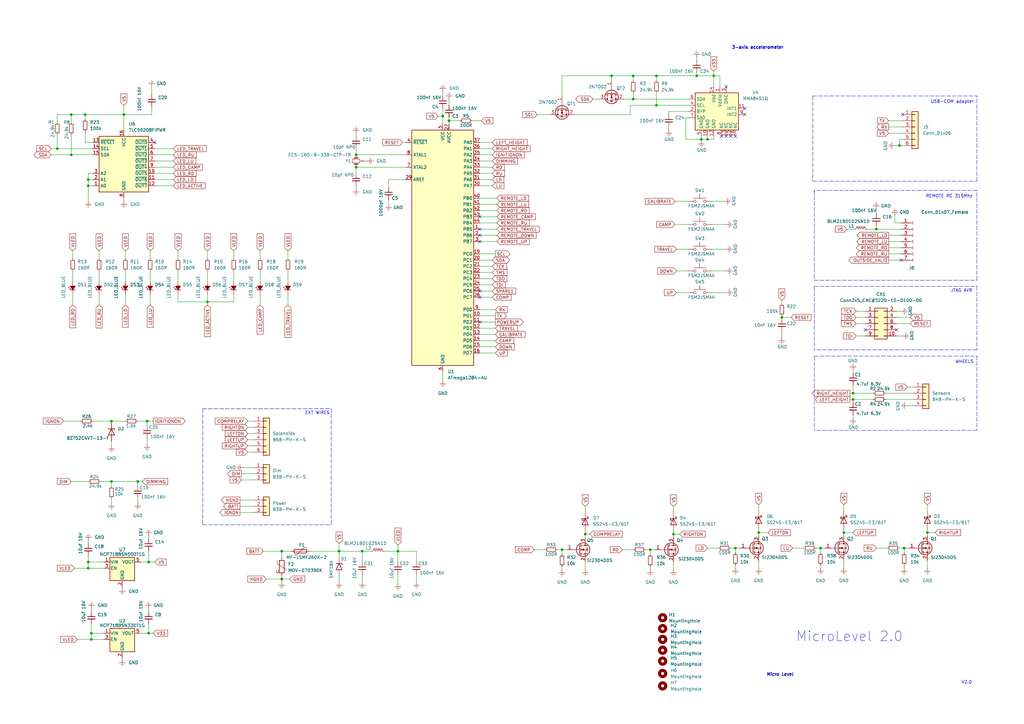
<source format=kicad_sch>
(kicad_sch (version 20211123) (generator eeschema)
  (paper "A3")
  (junction (at 29.21 63.5))
  (junction (at 115.57 237.49))
  (junction (at 259.715 40.64))
  (junction (at 359.41 93.98))
  (junction (at 37.465 259.715))
  (junction (at 240.03 219.075))
  (junction (at 320.675 130.175))
  (junction (at 230.505 225.425))
  (junction (at 290.195 57.15))
  (junction (at 336.55 224.79))
  (junction (at 269.24 31.115))
  (junction (at 370.84 224.79))
  (junction (at 285.75 31.115))
  (junction (at 276.225 219.075))
  (junction (at 181.61 47.625))
  (junction (at 349.885 163.83))
  (junction (at 60.325 172.72))
  (junction (at 163.195 226.06))
  (junction (at 36.195 233.045))
  (junction (at 36.195 73.66))
  (junction (at 23.495 60.96))
  (junction (at 184.15 49.53))
  (junction (at 29.21 46.99))
  (junction (at 37.465 262.255))
  (junction (at 292.735 31.115))
  (junction (at 269.24 43.18))
  (junction (at 139.065 226.06))
  (junction (at 34.925 46.99))
  (junction (at 56.515 197.485))
  (junction (at 346.075 218.44))
  (junction (at 287.655 57.15))
  (junction (at 85.09 123.825))
  (junction (at 50.8 46.99))
  (junction (at 301.625 224.79))
  (junction (at 36.195 76.2))
  (junction (at 60.96 230.505))
  (junction (at 250.825 31.115))
  (junction (at 368.935 59.69))
  (junction (at 146.05 68.58))
  (junction (at 148.59 226.06))
  (junction (at 266.7 225.425))
  (junction (at 45.72 172.72))
  (junction (at 115.57 226.06))
  (junction (at 380.365 218.44))
  (junction (at 349.885 161.29))
  (junction (at 146.05 63.5))
  (junction (at 311.15 218.44))
  (junction (at 36.195 230.505))
  (junction (at 45.72 197.485))
  (junction (at 259.715 31.115))
  (junction (at 60.96 259.715))
  (no_connect (at 354.965 135.255))
  (no_connect (at 301.625 55.88))
  (no_connect (at 297.815 55.88))
  (no_connect (at 297.815 35.56))
  (no_connect (at 305.435 46.99))
  (no_connect (at 305.435 44.45))
  (no_connect (at 196.85 121.92))
  (no_connect (at 196.85 132.08))
  (no_connect (at 367.665 135.255))
  (no_connect (at 196.85 119.38))
  (no_connect (at 196.85 93.98))
  (no_connect (at 196.85 96.52))
  (no_connect (at 196.85 99.06))
  (no_connect (at 196.85 88.9))
  (no_connect (at 369.57 106.68))
  (no_connect (at 299.72 55.88))
  (no_connect (at 295.91 55.88))
  (no_connect (at 63.5 58.42))
  (no_connect (at 370.205 46.99))
  (wire (pts (xy 60.325 172.72) (xy 62.865 172.72)))
  (polyline (pts (xy 83.185 167.64) (xy 135.89 167.64)))
  (wire (pts (xy 152.4 226.06) (xy 148.59 226.06)))
  (wire (pts (xy 60.96 259.715) (xy 62.865 259.715)))
  (wire (pts (xy 196.85 60.96) (xy 201.93 60.96)))
  (wire (pts (xy 95.885 120.65) (xy 95.885 123.825)))
  (wire (pts (xy 45.72 173.355) (xy 45.72 172.72)))
  (wire (pts (xy 320.675 130.175) (xy 324.485 130.175)))
  (wire (pts (xy 196.85 137.16) (xy 203.2 137.16)))
  (wire (pts (xy 60.96 259.715) (xy 60.96 255.905)))
  (wire (pts (xy 45.72 172.72) (xy 38.1 172.72)))
  (wire (pts (xy 367.665 132.715) (xy 373.38 132.715)))
  (wire (pts (xy 106.68 120.65) (xy 106.68 125.095)))
  (wire (pts (xy 34.925 46.99) (xy 50.8 46.99)))
  (wire (pts (xy 346.075 218.44) (xy 349.885 218.44)))
  (wire (pts (xy 56.515 197.485) (xy 45.72 197.485)))
  (wire (pts (xy 355.6 93.98) (xy 359.41 93.98)))
  (wire (pts (xy 51.435 102.87) (xy 51.435 106.045)))
  (wire (pts (xy 45.72 180.975) (xy 45.72 182.88)))
  (wire (pts (xy 106.68 111.125) (xy 106.68 115.57)))
  (wire (pts (xy 38.1 76.2) (xy 36.195 76.2)))
  (wire (pts (xy 367.03 59.69) (xy 368.935 59.69)))
  (wire (pts (xy 184.15 40.64) (xy 184.15 43.18)))
  (wire (pts (xy 63.5 66.04) (xy 71.12 66.04)))
  (wire (pts (xy 56.515 172.72) (xy 60.325 172.72)))
  (wire (pts (xy 368.935 57.15) (xy 368.935 59.69)))
  (wire (pts (xy 285.75 23.495) (xy 285.75 24.765)))
  (wire (pts (xy 101.6 180.34) (xy 104.14 180.34)))
  (wire (pts (xy 36.195 76.2) (xy 36.195 82.55)))
  (wire (pts (xy 290.195 224.79) (xy 294.64 224.79)))
  (wire (pts (xy 146.05 68.58) (xy 166.37 68.58)))
  (wire (pts (xy 60.325 172.72) (xy 60.325 174.625)))
  (wire (pts (xy 347.345 93.98) (xy 350.52 93.98)))
  (wire (pts (xy 98.425 210.185) (xy 104.14 210.185)))
  (wire (pts (xy 98.425 207.645) (xy 104.14 207.645)))
  (wire (pts (xy 287.655 57.15) (xy 287.655 57.785)))
  (wire (pts (xy 259.715 31.115) (xy 250.825 31.115)))
  (wire (pts (xy 292.1 111.125) (xy 297.815 111.125)))
  (polyline (pts (xy 400.685 74.295) (xy 400.685 39.37)))
  (wire (pts (xy 349.885 151.765) (xy 349.885 153.035)))
  (wire (pts (xy 36.195 233.045) (xy 36.195 230.505)))
  (wire (pts (xy 290.195 55.88) (xy 290.195 57.15)))
  (wire (pts (xy 367.665 130.175) (xy 373.38 130.175)))
  (wire (pts (xy 351.155 130.175) (xy 354.965 130.175)))
  (wire (pts (xy 36.195 230.505) (xy 36.195 227.965)))
  (polyline (pts (xy 400.685 143.51) (xy 334.01 143.51)))
  (wire (pts (xy 240.03 219.075) (xy 241.935 219.075)))
  (wire (pts (xy 115.57 226.06) (xy 119.38 226.06)))
  (wire (pts (xy 38.1 71.12) (xy 36.195 71.12)))
  (wire (pts (xy 163.195 235.585) (xy 163.195 239.395)))
  (wire (pts (xy 351.155 127.635) (xy 354.965 127.635)))
  (wire (pts (xy 139.065 226.06) (xy 139.065 228.6)))
  (wire (pts (xy 29.845 111.125) (xy 29.845 115.57)))
  (wire (pts (xy 101.6 182.88) (xy 104.14 182.88)))
  (wire (pts (xy 61.595 102.87) (xy 61.595 106.045)))
  (wire (pts (xy 159.385 73.66) (xy 166.37 73.66)))
  (wire (pts (xy 370.84 224.79) (xy 370.84 226.695)))
  (wire (pts (xy 23.495 46.99) (xy 29.21 46.99)))
  (polyline (pts (xy 400.685 117.475) (xy 400.685 143.51)))
  (wire (pts (xy 85.09 120.65) (xy 85.09 123.825)))
  (wire (pts (xy 36.195 73.66) (xy 36.195 76.2)))
  (wire (pts (xy 359.41 224.79) (xy 363.855 224.79)))
  (polyline (pts (xy 400.685 114.935) (xy 400.685 78.105)))
  (wire (pts (xy 50.165 240.665) (xy 50.165 241.3)))
  (wire (pts (xy 73.025 123.825) (xy 85.09 123.825)))
  (wire (pts (xy 29.21 63.5) (xy 38.1 63.5)))
  (wire (pts (xy 196.85 91.44) (xy 203.835 91.44)))
  (wire (pts (xy 184.15 49.53) (xy 188.595 49.53)))
  (wire (pts (xy 364.49 49.53) (xy 370.205 49.53)))
  (wire (pts (xy 368.935 59.69) (xy 370.205 59.69)))
  (wire (pts (xy 118.11 102.87) (xy 118.11 106.045)))
  (wire (pts (xy 196.85 104.14) (xy 203.2 104.14)))
  (wire (pts (xy 57.785 259.715) (xy 60.96 259.715)))
  (wire (pts (xy 380.365 218.44) (xy 380.365 219.71)))
  (wire (pts (xy 40.64 111.125) (xy 40.64 115.57)))
  (wire (pts (xy 196.85 73.66) (xy 201.93 73.66)))
  (wire (pts (xy 292.735 31.115) (xy 292.735 35.56)))
  (wire (pts (xy 285.75 31.115) (xy 269.24 31.115)))
  (wire (pts (xy 196.85 66.04) (xy 201.93 66.04)))
  (wire (pts (xy 29.21 46.99) (xy 29.21 50.165)))
  (wire (pts (xy 56.515 197.485) (xy 56.515 199.39)))
  (wire (pts (xy 264.795 225.425) (xy 266.7 225.425)))
  (polyline (pts (xy 333.375 39.37) (xy 400.685 39.37)))
  (wire (pts (xy 266.7 232.41) (xy 266.7 233.68)))
  (wire (pts (xy 58.42 197.485) (xy 56.515 197.485)))
  (wire (pts (xy 364.49 54.61) (xy 370.205 54.61)))
  (wire (pts (xy 196.85 144.78) (xy 203.2 144.78)))
  (polyline (pts (xy 334.01 78.105) (xy 334.01 78.74)))
  (wire (pts (xy 37.465 255.905) (xy 37.465 259.715)))
  (wire (pts (xy 196.85 134.62) (xy 203.2 134.62)))
  (wire (pts (xy 85.09 102.87) (xy 85.09 106.045)))
  (wire (pts (xy 255.27 225.425) (xy 259.715 225.425)))
  (wire (pts (xy 380.365 207.01) (xy 380.365 209.55)))
  (wire (pts (xy 363.22 163.83) (xy 374.65 163.83)))
  (wire (pts (xy 301.625 231.775) (xy 301.625 233.045)))
  (wire (pts (xy 299.72 224.79) (xy 301.625 224.79)))
  (wire (pts (xy 367.665 127.635) (xy 369.57 127.635)))
  (wire (pts (xy 220.345 46.99) (xy 225.425 46.99)))
  (wire (pts (xy 45.72 197.485) (xy 45.72 199.39)))
  (wire (pts (xy 85.09 123.825) (xy 85.09 125.095)))
  (wire (pts (xy 196.85 96.52) (xy 203.835 96.52)))
  (wire (pts (xy 139.065 236.22) (xy 139.065 238.76)))
  (wire (pts (xy 118.11 120.65) (xy 118.11 125.095)))
  (wire (pts (xy 196.85 81.28) (xy 203.835 81.28)))
  (wire (pts (xy 57.785 230.505) (xy 60.96 230.505)))
  (wire (pts (xy 259.715 31.115) (xy 269.24 31.115)))
  (wire (pts (xy 301.625 224.79) (xy 303.53 224.79)))
  (wire (pts (xy 281.305 57.15) (xy 281.305 48.26)))
  (wire (pts (xy 63.5 76.2) (xy 71.12 76.2)))
  (polyline (pts (xy 334.01 78.105) (xy 334.01 114.935)))
  (wire (pts (xy 196.85 63.5) (xy 201.93 63.5)))
  (wire (pts (xy 163.195 226.06) (xy 163.195 230.505)))
  (wire (pts (xy 63.5 68.58) (xy 71.12 68.58)))
  (wire (pts (xy 274.32 52.07) (xy 274.32 53.34)))
  (wire (pts (xy 101.6 172.72) (xy 104.14 172.72)))
  (wire (pts (xy 311.15 218.44) (xy 311.15 219.71)))
  (wire (pts (xy 42.545 230.505) (xy 36.195 230.505)))
  (wire (pts (xy 73.025 102.87) (xy 73.025 106.045)))
  (wire (pts (xy 181.61 37.465) (xy 181.61 39.37)))
  (polyline (pts (xy 334.01 117.475) (xy 400.685 117.475)))
  (wire (pts (xy 320.675 130.175) (xy 320.675 130.81)))
  (wire (pts (xy 50.8 46.99) (xy 62.23 46.99)))
  (wire (pts (xy 274.32 45.72) (xy 274.32 46.99)))
  (wire (pts (xy 101.6 185.42) (xy 104.14 185.42)))
  (wire (pts (xy 276.225 217.805) (xy 276.225 219.075)))
  (wire (pts (xy 266.7 225.425) (xy 266.7 227.33)))
  (wire (pts (xy 372.11 158.75) (xy 374.65 158.75)))
  (wire (pts (xy 196.85 76.2) (xy 201.93 76.2)))
  (wire (pts (xy 181.61 152.4) (xy 181.61 156.21)))
  (polyline (pts (xy 333.375 74.295) (xy 400.685 74.295)))
  (wire (pts (xy 115.57 236.22) (xy 115.57 237.49)))
  (wire (pts (xy 170.815 235.585) (xy 170.815 238.76)))
  (wire (pts (xy 63.5 60.96) (xy 71.12 60.96)))
  (wire (pts (xy 99.06 196.85) (xy 104.14 196.85)))
  (wire (pts (xy 127 226.06) (xy 139.065 226.06)))
  (wire (pts (xy 50.8 46.99) (xy 50.8 53.34)))
  (wire (pts (xy 311.15 207.01) (xy 311.15 209.55)))
  (wire (pts (xy 148.59 235.585) (xy 148.59 238.76)))
  (wire (pts (xy 95.885 111.125) (xy 95.885 115.57)))
  (wire (pts (xy 148.59 226.06) (xy 139.065 226.06)))
  (wire (pts (xy 98.425 205.105) (xy 104.14 205.105)))
  (wire (pts (xy 42.545 233.045) (xy 36.195 233.045)))
  (polyline (pts (xy 334.01 117.475) (xy 334.01 143.51)))
  (wire (pts (xy 37.465 249.555) (xy 37.465 250.825)))
  (wire (pts (xy 320.675 129.54) (xy 320.675 130.175)))
  (wire (pts (xy 349.885 161.29) (xy 349.885 158.115)))
  (wire (pts (xy 101.6 175.26) (xy 104.14 175.26)))
  (wire (pts (xy 358.14 163.83) (xy 349.885 163.83)))
  (wire (pts (xy 61.595 111.125) (xy 61.595 115.57)))
  (wire (pts (xy 20.955 60.96) (xy 23.495 60.96)))
  (wire (pts (xy 196.85 119.38) (xy 201.93 119.38)))
  (wire (pts (xy 146.05 63.5) (xy 166.37 63.5)))
  (wire (pts (xy 240.03 219.075) (xy 240.03 220.345)))
  (wire (pts (xy 290.195 57.15) (xy 287.655 57.15)))
  (wire (pts (xy 34.925 46.99) (xy 34.925 48.895)))
  (wire (pts (xy 287.655 57.15) (xy 281.305 57.15)))
  (wire (pts (xy 277.495 120.015) (xy 281.94 120.015)))
  (wire (pts (xy 369.57 91.44) (xy 367.03 91.44)))
  (wire (pts (xy 269.24 38.1) (xy 269.24 43.18)))
  (wire (pts (xy 115.57 237.49) (xy 115.57 238.76)))
  (wire (pts (xy 255.905 40.64) (xy 259.715 40.64)))
  (wire (pts (xy 30.48 233.045) (xy 36.195 233.045)))
  (wire (pts (xy 115.57 237.49) (xy 118.745 237.49)))
  (wire (pts (xy 243.205 40.64) (xy 245.745 40.64)))
  (wire (pts (xy 181.61 44.45) (xy 181.61 47.625)))
  (wire (pts (xy 250.825 31.115) (xy 250.825 33.02)))
  (wire (pts (xy 99.695 191.77) (xy 104.14 191.77)))
  (wire (pts (xy 62.23 35.56) (xy 62.23 38.735)))
  (wire (pts (xy 346.075 217.17) (xy 346.075 218.44)))
  (polyline (pts (xy 400.685 146.05) (xy 400.685 176.53)))
  (wire (pts (xy 363.22 161.29) (xy 374.65 161.29)))
  (wire (pts (xy 159.385 81.915) (xy 159.385 83.82)))
  (wire (pts (xy 292.1 120.015) (xy 297.815 120.015)))
  (wire (pts (xy 285.75 29.845) (xy 285.75 31.115)))
  (wire (pts (xy 23.495 55.245) (xy 23.495 60.96)))
  (wire (pts (xy 277.495 102.235) (xy 281.94 102.235)))
  (wire (pts (xy 348.615 163.83) (xy 349.885 163.83)))
  (wire (pts (xy 45.72 172.72) (xy 51.435 172.72)))
  (wire (pts (xy 230.505 232.41) (xy 230.505 233.68)))
  (wire (pts (xy 230.505 225.425) (xy 230.505 227.33)))
  (wire (pts (xy 85.09 111.125) (xy 85.09 115.57)))
  (wire (pts (xy 60.96 219.71) (xy 60.96 220.98)))
  (wire (pts (xy 196.85 114.3) (xy 201.93 114.3)))
  (wire (pts (xy 85.09 123.825) (xy 95.885 123.825)))
  (wire (pts (xy 219.075 225.425) (xy 223.52 225.425)))
  (wire (pts (xy 196.85 129.54) (xy 203.2 129.54)))
  (wire (pts (xy 45.72 204.47) (xy 45.72 206.375)))
  (wire (pts (xy 36.195 73.66) (xy 38.1 73.66)))
  (wire (pts (xy 276.86 82.55) (xy 281.94 82.55)))
  (wire (pts (xy 109.22 237.49) (xy 115.57 237.49)))
  (wire (pts (xy 230.505 225.425) (xy 232.41 225.425)))
  (wire (pts (xy 56.515 204.47) (xy 56.515 206.375)))
  (wire (pts (xy 346.075 218.44) (xy 346.075 219.71)))
  (wire (pts (xy 149.225 66.04) (xy 150.495 66.04)))
  (wire (pts (xy 380.365 217.17) (xy 380.365 218.44)))
  (polyline (pts (xy 83.185 215.265) (xy 135.89 215.265)))
  (wire (pts (xy 230.505 39.37) (xy 230.505 31.115)))
  (wire (pts (xy 29.845 120.65) (xy 29.845 125.095)))
  (wire (pts (xy 115.57 228.6) (xy 115.57 226.06)))
  (wire (pts (xy 193.675 49.53) (xy 197.485 49.53)))
  (wire (pts (xy 20.955 63.5) (xy 29.21 63.5)))
  (wire (pts (xy 60.325 179.705) (xy 60.325 182.245)))
  (wire (pts (xy 266.7 225.425) (xy 268.605 225.425)))
  (wire (pts (xy 364.49 104.14) (xy 369.57 104.14)))
  (wire (pts (xy 163.195 223.52) (xy 163.195 226.06)))
  (wire (pts (xy 292.735 31.115) (xy 295.275 31.115)))
  (wire (pts (xy 196.85 121.92) (xy 201.93 121.92)))
  (wire (pts (xy 196.85 86.36) (xy 203.835 86.36)))
  (wire (pts (xy 292.1 82.55) (xy 297.18 82.55)))
  (wire (pts (xy 359.41 85.725) (xy 359.41 87.63)))
  (wire (pts (xy 196.85 58.42) (xy 201.93 58.42)))
  (wire (pts (xy 34.925 58.42) (xy 38.1 58.42)))
  (wire (pts (xy 292.1 102.235) (xy 297.815 102.235)))
  (polyline (pts (xy 334.01 146.05) (xy 334.01 176.53)))
  (wire (pts (xy 259.715 40.64) (xy 259.715 38.1)))
  (wire (pts (xy 311.15 217.17) (xy 311.15 218.44)))
  (wire (pts (xy 31.75 262.255) (xy 37.465 262.255)))
  (wire (pts (xy 50.8 81.28) (xy 50.8 82.55)))
  (wire (pts (xy 276.225 207.645) (xy 276.225 210.185)))
  (wire (pts (xy 196.85 71.12) (xy 201.93 71.12)))
  (wire (pts (xy 320.675 123.19) (xy 320.675 124.46)))
  (wire (pts (xy 50.165 269.875) (xy 50.165 270.51)))
  (wire (pts (xy 285.75 31.115) (xy 292.735 31.115)))
  (wire (pts (xy 34.925 53.975) (xy 34.925 58.42)))
  (wire (pts (xy 196.85 93.98) (xy 203.835 93.98)))
  (wire (pts (xy 63.5 73.66) (xy 71.12 73.66)))
  (wire (pts (xy 118.11 111.125) (xy 118.11 115.57)))
  (wire (pts (xy 23.495 60.96) (xy 38.1 60.96)))
  (wire (pts (xy 60.96 226.06) (xy 60.96 230.505)))
  (wire (pts (xy 380.365 218.44) (xy 383.54 218.44)))
  (wire (pts (xy 320.675 135.89) (xy 320.675 138.43)))
  (wire (pts (xy 73.025 111.125) (xy 73.025 115.57)))
  (wire (pts (xy 359.41 92.71) (xy 359.41 93.98)))
  (wire (pts (xy 29.21 46.99) (xy 34.925 46.99)))
  (wire (pts (xy 29.21 197.485) (xy 36.195 197.485)))
  (wire (pts (xy 196.85 83.82) (xy 203.835 83.82)))
  (wire (pts (xy 196.85 111.76) (xy 201.93 111.76)))
  (wire (pts (xy 196.85 68.58) (xy 201.93 68.58)))
  (wire (pts (xy 367.665 137.795) (xy 370.205 137.795)))
  (wire (pts (xy 51.435 111.125) (xy 51.435 115.57)))
  (wire (pts (xy 235.585 46.99) (xy 258.445 46.99)))
  (wire (pts (xy 181.61 47.625) (xy 181.61 50.8)))
  (wire (pts (xy 60.96 249.555) (xy 60.96 250.825)))
  (polyline (pts (xy 400.685 176.53) (xy 334.01 176.53)))
  (wire (pts (xy 146.05 76.2) (xy 146.05 77.47)))
  (wire (pts (xy 63.5 63.5) (xy 71.12 63.5)))
  (wire (pts (xy 37.465 262.255) (xy 37.465 259.715)))
  (wire (pts (xy 277.495 111.125) (xy 281.94 111.125)))
  (wire (pts (xy 37.465 259.715) (xy 42.545 259.715)))
  (wire (pts (xy 42.545 262.255) (xy 37.465 262.255)))
  (wire (pts (xy 259.715 40.64) (xy 282.575 40.64)))
  (wire (pts (xy 170.815 230.505) (xy 170.815 226.06)))
  (wire (pts (xy 29.845 102.87) (xy 29.845 106.045)))
  (wire (pts (xy 348.615 161.29) (xy 349.885 161.29)))
  (wire (pts (xy 274.32 45.72) (xy 282.575 45.72)))
  (wire (pts (xy 230.505 31.115) (xy 250.825 31.115)))
  (wire (pts (xy 358.14 161.29) (xy 349.885 161.29)))
  (wire (pts (xy 364.49 52.07) (xy 370.205 52.07)))
  (wire (pts (xy 240.03 207.645) (xy 240.03 210.185)))
  (wire (pts (xy 106.68 102.87) (xy 106.68 106.045)))
  (wire (pts (xy 334.645 224.79) (xy 336.55 224.79)))
  (wire (pts (xy 368.935 224.79) (xy 370.84 224.79)))
  (wire (pts (xy 157.48 226.06) (xy 163.195 226.06)))
  (wire (pts (xy 346.075 207.01) (xy 346.075 209.55)))
  (wire (pts (xy 325.12 224.79) (xy 329.565 224.79)))
  (wire (pts (xy 367.03 91.44) (xy 367.03 88.265)))
  (polyline (pts (xy 333.375 39.37) (xy 333.375 74.295)))
  (wire (pts (xy 269.24 31.115) (xy 269.24 33.02)))
  (wire (pts (xy 184.15 49.53) (xy 184.15 50.8)))
  (wire (pts (xy 349.885 170.18) (xy 349.885 171.45)))
  (wire (pts (xy 301.625 224.79) (xy 301.625 226.695)))
  (wire (pts (xy 370.84 231.775) (xy 370.84 233.045)))
  (wire (pts (xy 364.49 106.68) (xy 369.57 106.68)))
  (wire (pts (xy 336.55 224.79) (xy 336.55 226.695)))
  (wire (pts (xy 36.195 71.12) (xy 36.195 73.66)))
  (wire (pts (xy 336.55 231.775) (xy 336.55 233.045)))
  (wire (pts (xy 184.15 48.26) (xy 184.15 49.53)))
  (wire (pts (xy 370.84 224.79) (xy 372.745 224.79)))
  (wire (pts (xy 165.1 58.42) (xy 166.37 58.42)))
  (wire (pts (xy 196.85 139.7) (xy 203.2 139.7)))
  (wire (pts (xy 351.155 132.715) (xy 354.965 132.715)))
  (wire (pts (xy 276.225 219.075) (xy 278.765 219.075)))
  (wire (pts (xy 61.595 120.65) (xy 61.595 125.095)))
  (wire (pts (xy 73.025 120.65) (xy 73.025 123.825)))
  (wire (pts (xy 146.05 60.96) (xy 146.05 63.5)))
  (wire (pts (xy 29.21 55.245) (xy 29.21 63.5)))
  (polyline (pts (xy 334.01 114.935) (xy 400.685 114.935)))
  (polyline (pts (xy 334.01 146.05) (xy 400.685 146.05)))
  (wire (pts (xy 40.64 102.87) (xy 40.64 106.045)))
  (wire (pts (xy 369.57 93.98) (xy 359.41 93.98)))
  (wire (pts (xy 196.85 88.9) (xy 203.835 88.9)))
  (wire (pts (xy 196.85 127) (xy 203.2 127)))
  (wire (pts (xy 292.735 55.88) (xy 292.735 57.15)))
  (wire (pts (xy 269.24 43.18) (xy 282.575 43.18)))
  (wire (pts (xy 51.435 120.65) (xy 51.435 125.095)))
  (wire (pts (xy 287.655 55.88) (xy 287.655 57.15)))
  (wire (pts (xy 276.225 230.505) (xy 276.225 233.68)))
  (wire (pts (xy 62.23 43.815) (xy 62.23 46.99)))
  (wire (pts (xy 311.15 229.87) (xy 311.15 233.045)))
  (wire (pts (xy 364.49 101.6) (xy 369.57 101.6)))
  (wire (pts (xy 292.735 57.15) (xy 290.195 57.15)))
  (wire (pts (xy 240.03 217.805) (xy 240.03 219.075)))
  (wire (pts (xy 163.195 226.06) (xy 170.815 226.06)))
  (wire (pts (xy 95.885 102.87) (xy 95.885 106.045)))
  (wire (pts (xy 196.85 132.08) (xy 203.2 132.08)))
  (polyline (pts (xy 135.89 167.64) (xy 135.89 215.265)))
  (wire (pts (xy 311.15 218.44) (xy 314.96 218.44)))
  (wire (pts (xy 258.445 46.99) (xy 258.445 43.18)))
  (wire (pts (xy 196.85 116.84) (xy 201.93 116.84)))
  (wire (pts (xy 148.59 226.06) (xy 148.59 230.505)))
  (wire (pts (xy 276.225 219.075) (xy 276.225 220.345)))
  (wire (pts (xy 258.445 43.18) (xy 269.24 43.18)))
  (wire (pts (xy 196.85 109.22) (xy 201.93 109.22)))
  (wire (pts (xy 240.03 230.505) (xy 240.03 233.68)))
  (wire (pts (xy 380.365 229.87) (xy 380.365 233.045)))
  (wire (pts (xy 276.86 92.075) (xy 281.94 92.075)))
  (polyline (pts (xy 83.185 167.64) (xy 83.185 215.265)))
  (wire (pts (xy 372.11 166.37) (xy 374.65 166.37)))
  (wire (pts (xy 107.95 226.06) (xy 115.57 226.06)))
  (wire (pts (xy 292.1 92.075) (xy 297.815 92.075)))
  (wire (pts (xy 196.85 142.24) (xy 203.2 142.24)))
  (wire (pts (xy 159.385 76.835) (xy 159.385 73.66)))
  (wire (pts (xy 259.715 31.115) (xy 259.715 33.02)))
  (wire (pts (xy 60.96 230.505) (xy 63.5 230.505)))
  (wire (pts (xy 349.885 163.83) (xy 349.885 165.1)))
  (wire (pts (xy 228.6 225.425) (xy 230.505 225.425)))
  (wire (pts (xy 196.85 99.06) (xy 203.835 99.06)))
  (wire (pts (xy 23.495 50.165) (xy 23.495 46.99)))
  (wire (pts (xy 364.49 99.06) (xy 369.57 99.06)))
  (wire (pts (xy 146.05 54.61) (xy 146.05 55.88)))
  (wire (pts (xy 139.065 222.885) (xy 139.065 226.06)))
  (wire (pts (xy 63.5 71.12) (xy 71.12 71.12)))
  (wire (pts (xy 196.85 106.68) (xy 201.93 106.68)))
  (wire (pts (xy 41.275 197.485) (xy 45.72 197.485)))
  (wire (pts (xy 292.735 29.21) (xy 292.735 31.115)))
  (wire (pts (xy 146.05 68.58) (xy 146.05 71.12)))
  (wire (pts (xy 370.205 57.15) (xy 368.935 57.15)))
  (wire (pts (xy 40.64 120.65) (xy 40.64 125.095)))
  (wire (pts (xy 336.55 224.79) (xy 338.455 224.79)))
  (wire (pts (xy 281.305 48.26) (xy 282.575 48.26)))
  (wire (pts (xy 295.275 31.115) (xy 295.275 35.56)))
  (wire (pts (xy 346.075 229.87) (xy 346.075 233.045)))
  (wire (pts (xy 99.06 194.31) (xy 104.14 194.31)))
  (wire (pts (xy 50.8 43.18) (xy 50.8 46.99)))
  (wire (pts (xy 101.6 177.8) (xy 104.14 177.8)))
  (polyline (pts (xy 400.685 78.105) (xy 334.01 78.105)))
  (wire (pts (xy 179.705 47.625) (xy 181.61 47.625)))
  (wire (pts (xy 36.195 221.615) (xy 36.195 222.885)))
  (wire (pts (xy 364.49 96.52) (xy 369.57 96.52)))
  (wire (pts (xy 26.035 172.72) (xy 33.02 172.72)))
  (wire (pts (xy 351.155 137.795) (xy 354.965 137.795)))
  (text "REMOTE RC 315Mhz" (at 379.73 81.28 0) (effects (font (size 1.27 1.27)) (justify left bottom)))
  (text "USB-COM adapter" (at 381.635 42.545 0) (effects (font (size 1.27 1.27)) (justify left bottom)))
  (text "WHEELS" (at 391.795 149.225 0) (effects (font (size 1.27 1.27)) (justify left bottom)))
  (text " 3-axis accelerometer" (at 299.085 20.32 0) (effects (font (size 1.27 1.27) (thickness 0.254) bold) (justify left bottom)))
  (text "V2.0" (at 394.335 280.67 0) (effects (font (size 1.27 1.27)) (justify left bottom)))
  (text "Micro Level" (at 314.325 277.495 0) (effects (font (size 1.27 1.27) (thickness 0.254) bold italic) (justify left bottom)))
  (text "EXT WIRES" (at 125.095 170.18 0) (effects (font (size 1.27 1.27)) (justify left bottom)))
  (text "MicroLevel 2.0" (at 326.39 263.525 0) (effects (font (size 4 4)) (justify left bottom)))
  (text "JTAG AVR" (at 389.89 120.015 0) (effects (font (size 1.27 1.27)) (justify left bottom)))
  (global_label "LED_LU" (shape input) (at 71.12 66.04 0) (property "Intersheet References" "${INTERSHEET_REFS}" (effects hide)))
  (global_label "REMOTE_LD" (shape input) (at 203.835 81.28 0) (property "Intersheet References" "${INTERSHEET_REFS}" (effects hide)))
  (global_label "REMOTE_UP" (shape input) (at 203.835 99.06 0) (property "Intersheet References" "${INTERSHEET_REFS}" (effects hide)))
  (global_label "IGNITIONON" (shape output) (at 62.865 172.72 0) (property "Intersheet References" "${INTERSHEET_REFS}" (effects hide)))
  (global_label "TDO" (shape input) (at 201.93 114.3 0) (property "Intersheet References" "${INTERSHEET_REFS}" (effects hide)))
  (global_label "CALIBRATE" (shape input) (at 276.86 82.55 180) (property "Intersheet References" "${INTERSHEET_REFS}" (effects hide)))
  (global_label "LED_TRAVEL" (shape input) (at 118.11 125.095 270) (property "Intersheet References" "${INTERSHEET_REFS}" (effects hide)))
  (global_label "UP" (shape input) (at 277.495 120.015 180) (property "Intersheet References" "${INTERSHEET_REFS}" (effects hide)))
  (global_label "LED_RD" (shape input) (at 29.845 125.095 270) (property "Intersheet References" "${INTERSHEET_REFS}" (effects hide)))
  (global_label "SPARE1" (shape input) (at 201.93 119.38 0) (property "Intersheet References" "${INTERSHEET_REFS}" (effects hide)))
  (global_label "LD" (shape input) (at 290.195 224.79 180) (property "Intersheet References" "${INTERSHEET_REFS}" (effects hide)))
  (global_label "VLED" (shape input) (at 73.025 102.87 90) (property "Intersheet References" "${INTERSHEET_REFS}" (effects hide)))
  (global_label "GND" (shape input) (at 118.745 237.49 0) (property "Intersheet References" "${INTERSHEET_REFS}" (effects hide)))
  (global_label "REMOTE_RU" (shape input) (at 203.835 91.44 0) (property "Intersheet References" "${INTERSHEET_REFS}" (effects hide)))
  (global_label "COMP" (shape input) (at 201.93 121.92 0) (property "Intersheet References" "${INTERSHEET_REFS}" (effects hide)))
  (global_label "LEFTDN" (shape input) (at 314.96 218.44 0) (property "Intersheet References" "${INTERSHEET_REFS}" (effects hide)))
  (global_label "V5" (shape input) (at 320.675 123.19 90) (property "Intersheet References" "${INTERSHEET_REFS}" (effects hide)))
  (global_label "CALIBRATE" (shape input) (at 203.2 137.16 0) (property "Intersheet References" "${INTERSHEET_REFS}" (effects hide)))
  (global_label "V5" (shape input) (at 364.49 54.61 180) (property "Intersheet References" "${INTERSHEET_REFS}" (effects hide)))
  (global_label "RU" (shape input) (at 359.41 224.79 180) (property "Intersheet References" "${INTERSHEET_REFS}" (effects hide)))
  (global_label "LED_RU" (shape input) (at 71.12 63.5 0) (property "Intersheet References" "${INTERSHEET_REFS}" (effects hide)))
  (global_label "RIGHTDN" (shape input) (at 278.765 219.075 0) (property "Intersheet References" "${INTERSHEET_REFS}" (effects hide)))
  (global_label "V5" (shape input) (at 179.705 47.625 180) (property "Intersheet References" "${INTERSHEET_REFS}" (effects hide)))
  (global_label "RIGHTDN" (shape input) (at 101.6 175.26 180) (property "Intersheet References" "${INTERSHEET_REFS}" (effects hide)))
  (global_label "VLED" (shape input) (at 40.64 102.87 90) (property "Intersheet References" "${INTERSHEET_REFS}" (effects hide)))
  (global_label "RIGHT_HEIGHT" (shape input) (at 201.93 60.96 0) (property "Intersheet References" "${INTERSHEET_REFS}" (effects hide)))
  (global_label "RIGHTUP" (shape input) (at 383.54 218.44 0) (property "Intersheet References" "${INTERSHEET_REFS}" (effects hide)))
  (global_label "CAMP" (shape input) (at 203.2 139.7 0) (property "Intersheet References" "${INTERSHEET_REFS}" (effects hide)))
  (global_label "IGNITIONON" (shape input) (at 201.93 63.5 0) (property "Intersheet References" "${INTERSHEET_REFS}" (effects hide)))
  (global_label "LED_CAMP" (shape input) (at 106.68 125.095 270) (property "Intersheet References" "${INTERSHEET_REFS}" (effects hide)))
  (global_label "LD" (shape input) (at 201.93 73.66 0) (property "Intersheet References" "${INTERSHEET_REFS}" (effects hide)))
  (global_label "REMOTE_CAMP" (shape input) (at 203.835 88.9 0) (property "Intersheet References" "${INTERSHEET_REFS}" (effects hide)))
  (global_label "LEFTUP" (shape input) (at 101.6 180.34 180) (property "Intersheet References" "${INTERSHEET_REFS}" (effects hide)))
  (global_label "VLED" (shape input) (at 51.435 102.87 90) (property "Intersheet References" "${INTERSHEET_REFS}" (effects hide)))
  (global_label "LED_CAMP" (shape input) (at 71.12 68.58 0) (property "Intersheet References" "${INTERSHEET_REFS}" (effects hide)))
  (global_label "VLED" (shape input) (at 29.845 102.87 90) (property "Intersheet References" "${INTERSHEET_REFS}" (effects hide)))
  (global_label "TMS" (shape input) (at 351.155 132.715 180) (property "Intersheet References" "${INTERSHEET_REFS}" (effects hide)))
  (global_label "REMOTE_RD" (shape input) (at 203.835 86.36 0) (property "Intersheet References" "${INTERSHEET_REFS}" (effects hide)))
  (global_label "VLED" (shape input) (at 61.595 102.87 90) (property "Intersheet References" "${INTERSHEET_REFS}" (effects hide)))
  (global_label "V5" (shape input) (at 63.5 230.505 0) (property "Intersheet References" "${INTERSHEET_REFS}" (effects hide)))
  (global_label "VLED" (shape input) (at 30.48 233.045 180) (property "Intersheet References" "${INTERSHEET_REFS}" (effects hide)))
  (global_label "RESET" (shape input) (at 324.485 130.175 0) (property "Intersheet References" "${INTERSHEET_REFS}" (effects hide)))
  (global_label "DIM" (shape input) (at 29.21 197.485 180) (property "Intersheet References" "${INTERSHEET_REFS}" (effects hide)))
  (global_label "RU" (shape input) (at 201.93 71.12 0) (property "Intersheet References" "${INTERSHEET_REFS}" (effects hide)))
  (global_label "DIMMING" (shape input) (at 201.93 66.04 0) (property "Intersheet References" "${INTERSHEET_REFS}" (effects hide)))
  (global_label "DOWN" (shape input) (at 203.2 142.24 0) (property "Intersheet References" "${INTERSHEET_REFS}" (effects hide)))
  (global_label "SDA" (shape bidirectional) (at 201.93 106.68 0) (property "Intersheet References" "${INTERSHEET_REFS}" (effects hide)))
  (global_label "COMPRELAY" (shape input) (at 101.6 172.72 180) (property "Intersheet References" "${INTERSHEET_REFS}" (effects hide)))
  (global_label "HGND" (shape output) (at 98.425 205.105 180) (property "Intersheet References" "${INTERSHEET_REFS}" (effects hide)))
  (global_label "VLED" (shape input) (at 118.11 102.87 90) (property "Intersheet References" "${INTERSHEET_REFS}" (effects hide)))
  (global_label "LEFTUP" (shape input) (at 349.885 218.44 0) (property "Intersheet References" "${INTERSHEET_REFS}" (effects hide)))
  (global_label "V33" (shape input) (at 62.865 259.715 0) (property "Intersheet References" "${INTERSHEET_REFS}" (effects hide)))
  (global_label "LEFTDN" (shape input) (at 101.6 177.8 180) (property "Intersheet References" "${INTERSHEET_REFS}" (effects hide)))
  (global_label "V5" (shape input) (at 50.8 43.18 90) (property "Intersheet References" "${INTERSHEET_REFS}" (effects hide)))
  (global_label "RESET" (shape input) (at 373.38 132.715 0) (property "Intersheet References" "${INTERSHEET_REFS}" (effects hide)))
  (global_label "SCL" (shape input) (at 20.955 60.96 180) (property "Intersheet References" "${INTERSHEET_REFS}" (effects hide)))
  (global_label "LED_LD" (shape input) (at 71.12 73.66 0) (property "Intersheet References" "${INTERSHEET_REFS}" (effects hide)))
  (global_label "TDI" (shape input) (at 351.155 137.795 180) (property "Intersheet References" "${INTERSHEET_REFS}" (effects hide)))
  (global_label "DIM" (shape output) (at 99.06 194.31 180) (property "Intersheet References" "${INTERSHEET_REFS}" (effects hide)))
  (global_label "REMOTE_LD" (shape output) (at 364.49 96.52 180) (property "Intersheet References" "${INTERSHEET_REFS}" (effects hide)))
  (global_label "REMOTE_RD" (shape output) (at 364.49 101.6 180) (property "Intersheet References" "${INTERSHEET_REFS}" (effects hide)))
  (global_label "RD" (shape input) (at 201.93 68.58 0) (property "Intersheet References" "${INTERSHEET_REFS}" (effects hide)))
  (global_label "LED_LD" (shape input) (at 51.435 125.095 270) (property "Intersheet References" "${INTERSHEET_REFS}" (effects hide)))
  (global_label "VS" (shape input) (at 346.075 207.01 90) (property "Intersheet References" "${INTERSHEET_REFS}" (effects hide)))
  (global_label "COMP" (shape input) (at 219.075 225.425 180) (property "Intersheet References" "${INTERSHEET_REFS}" (effects hide)))
  (global_label "VS" (shape input) (at 139.065 222.885 90) (property "Intersheet References" "${INTERSHEET_REFS}" (effects hide)))
  (global_label "VS" (shape input) (at 240.03 207.645 90) (property "Intersheet References" "${INTERSHEET_REFS}" (effects hide)))
  (global_label "VLED" (shape input) (at 31.75 262.255 180) (property "Intersheet References" "${INTERSHEET_REFS}" (effects hide)))
  (global_label "BATT" (shape output) (at 98.425 207.645 180) (property "Intersheet References" "${INTERSHEET_REFS}" (effects hide)))
  (global_label "TDI" (shape input) (at 201.93 116.84 0) (property "Intersheet References" "${INTERSHEET_REFS}" (effects hide)))
  (global_label "SCL" (shape output) (at 203.2 104.14 0) (property "Intersheet References" "${INTERSHEET_REFS}" (effects hide)))
  (global_label "LEFT_HEIGHT" (shape input) (at 201.93 58.42 0) (property "Intersheet References" "${INTERSHEET_REFS}" (effects hide)))
  (global_label "LEFT_HEIGHT" (shape output) (at 348.615 163.83 180) (property "Intersheet References" "${INTERSHEET_REFS}" (effects hide)))
  (global_label "DIMMING" (shape input) (at 58.42 197.485 0) (property "Intersheet References" "${INTERSHEET_REFS}" (effects hide)))
  (global_label "REMOTE_TRAVEL" (shape input) (at 203.835 93.98 0) (property "Intersheet References" "${INTERSHEET_REFS}" (effects hide)))
  (global_label "VLED" (shape input) (at 85.09 102.87 90) (property "Intersheet References" "${INTERSHEET_REFS}" (effects hide)))
  (global_label "TX" (shape output) (at 203.2 129.54 0) (property "Intersheet References" "${INTERSHEET_REFS}" (effects hide)))
  (global_label "VS" (shape input) (at 101.6 185.42 180) (property "Intersheet References" "${INTERSHEET_REFS}" (effects hide)))
  (global_label "SDA" (shape bidirectional) (at 243.205 40.64 180) (property "Intersheet References" "${INTERSHEET_REFS}" (effects hide)))
  (global_label "V5" (shape input) (at 197.485 49.53 0) (property "Intersheet References" "${INTERSHEET_REFS}" (effects hide)))
  (global_label "HGND" (shape input) (at 109.22 237.49 180) (property "Intersheet References" "${INTERSHEET_REFS}" (effects hide)))
  (global_label "RIGHT_HEIGHT" (shape output) (at 348.615 161.29 180) (property "Intersheet References" "${INTERSHEET_REFS}" (effects hide)))
  (global_label "VS" (shape input) (at 99.06 196.85 180) (property "Intersheet References" "${INTERSHEET_REFS}" (effects hide)))
  (global_label "SDA" (shape bidirectional) (at 20.955 63.5 180) (property "Intersheet References" "${INTERSHEET_REFS}" (effects hide)))
  (global_label "VLED" (shape input) (at 106.68 102.87 90) (property "Intersheet References" "${INTERSHEET_REFS}" (effects hide)))
  (global_label "V5" (shape input) (at 373.38 130.175 0) (property "Intersheet References" "${INTERSHEET_REFS}" (effects hide)))
  (global_label "REMOTE_DOWN" (shape input) (at 203.835 96.52 0) (property "Intersheet References" "${INTERSHEET_REFS}" (effects hide)))
  (global_label "REMOTE_LU" (shape output) (at 364.49 99.06 180) (property "Intersheet References" "${INTERSHEET_REFS}" (effects hide)))
  (global_label "V5" (shape input) (at 347.345 93.98 180) (property "Intersheet References" "${INTERSHEET_REFS}" (effects hide)))
  (global_label "CAMP" (shape input) (at 276.86 92.075 180) (property "Intersheet References" "${INTERSHEET_REFS}" (effects hide)))
  (global_label "POWERUP" (shape output) (at 203.2 132.08 0) (property "Intersheet References" "${INTERSHEET_REFS}" (effects hide)))
  (global_label "COMPRELAY" (shape input) (at 241.935 219.075 0) (property "Intersheet References" "${INTERSHEET_REFS}" (effects hide)))
  (global_label "UP" (shape input) (at 203.2 144.78 0) (property "Intersheet References" "${INTERSHEET_REFS}" (effects hide)))
  (global_label "RX" (shape input) (at 203.2 127 0) (property "Intersheet References" "${INTERSHEET_REFS}" (effects hide)))
  (global_label "VS" (shape input) (at 276.225 207.645 90) (property "Intersheet References" "${INTERSHEET_REFS}" (effects hide)))
  (global_label "LU" (shape input) (at 325.12 224.79 180) (property "Intersheet References" "${INTERSHEET_REFS}" (effects hide)))
  (global_label "RESET" (shape input) (at 165.1 58.42 180) (property "Intersheet References" "${INTERSHEET_REFS}" (effects hide)))
  (global_label "VS" (shape input) (at 311.15 207.01 90) (property "Intersheet References" "${INTERSHEET_REFS}" (effects hide)))
  (global_label "LED_ACTIVE" (shape input) (at 85.09 125.095 270) (property "Intersheet References" "${INTERSHEET_REFS}" (effects hide)))
  (global_label "LU" (shape input) (at 201.93 76.2 0) (property "Intersheet References" "${INTERSHEET_REFS}" (effects hide)))
  (global_label "V5" (shape input) (at 372.11 158.75 180) (property "Intersheet References" "${INTERSHEET_REFS}" (effects hide)))
  (global_label "LED_ACTIVE" (shape input) (at 71.12 76.2 0) (property "Intersheet References" "${INTERSHEET_REFS}" (effects hide)))
  (global_label "IGNON" (shape output) (at 98.425 210.185 180) (property "Intersheet References" "${INTERSHEET_REFS}" (effects hide)))
  (global_label "LED_LU" (shape input) (at 61.595 125.095 270) (property "Intersheet References" "${INTERSHEET_REFS}" (effects hide)))
  (global_label "LED_TRAVEL" (shape input) (at 71.12 60.96 0) (property "Intersheet References" "${INTERSHEET_REFS}" (effects hide)))
  (global_label "BATT" (shape input) (at 107.95 226.06 180) (property "Intersheet References" "${INTERSHEET_REFS}" (effects hide)))
  (global_label "VLED" (shape input) (at 95.885 102.87 90) (property "Intersheet References" "${INTERSHEET_REFS}" (effects hide)))
  (global_label "IGNON" (shape input) (at 26.035 172.72 180) (property "Intersheet References" "${INTERSHEET_REFS}" (effects hide)))
  (global_label "TCK" (shape input) (at 201.93 109.22 0) (property "Intersheet References" "${INTERSHEET_REFS}" (effects hide)))
  (global_label "TMS" (shape input) (at 201.93 111.76 0) (property "Intersheet References" "${INTERSHEET_REFS}" (effects hide)))
  (global_label "SCL" (shape input) (at 220.345 46.99 180) (property "Intersheet References" "${INTERSHEET_REFS}" (effects hide)))
  (global_label "LED_RD" (shape input) (at 71.12 71.12 0) (property "Intersheet References" "${INTERSHEET_REFS}" (effects hide)))
  (global_label "V33" (shape input) (at 292.735 29.21 90) (property "Intersheet References" "${INTERSHEET_REFS}" (effects hide)))
  (global_label "LED_RU" (shape input) (at 40.64 125.095 270) (property "Intersheet References" "${INTERSHEET_REFS}" (effects hide)))
  (global_label "RX" (shape output) (at 364.49 52.07 180) (property "Intersheet References" "${INTERSHEET_REFS}" (effects hide)))
  (global_label "VLED" (shape input) (at 163.195 223.52 90) (property "Intersheet References" "${INTERSHEET_REFS}" (effects hide)))
  (global_label "OUTSIDE_VALID" (shape output) (at 364.49 106.68 180) (property "Intersheet References" "${INTERSHEET_REFS}" (effects hide)))
  (global_label "RD" (shape input) (at 255.27 225.425 180) (property "Intersheet References" "${INTERSHEET_REFS}" (effects hide)))
  (global_label "DOWN" (shape input) (at 277.495 111.125 180) (property "Intersheet References" "${INTERSHEET_REFS}" (effects hide)))
  (global_label "TDO" (shape input) (at 351.155 130.175 180) (property "Intersheet References" "${INTERSHEET_REFS}" (effects hide)))
  (global_label "REMOTE_LU" (shape input) (at 203.835 83.82 0) (property "Intersheet References" "${INTERSHEET_REFS}" (effects hide)))
  (global_label "TRAVEL" (shape input) (at 203.2 134.62 0) (property "Intersheet References" "${INTERSHEET_REFS}" (effects hide)))
  (global_label "VS" (shape input) (at 380.365 207.01 90) (property "Intersheet References" "${INTERSHEET_REFS}" (effects hide)))
  (global_label "TX" (shape input) (at 364.49 49.53 180) (property "Intersheet References" "${INTERSHEET_REFS}" (effects hide)))
  (global_label "TRAVEL" (shape input) (at 277.495 102.235 180) (property "Intersheet References" "${INTERSHEET_REFS}" (effects hide)))
  (global_label "RIGHTUP" (shape input) (at 101.6 182.88 180) (property "Intersheet References" "${INTERSHEET_REFS}" (effects hide)))
  (global_label "TCK" (shape input) (at 351.155 127.635 180) (property "Intersheet References" "${INTERSHEET_REFS}" (effects hide)))
  (global_label "REMOTE_RU" (shape output) (at 364.49 104.14 180) (property "Intersheet References" "${INTERSHEET_REFS}" (effects hide)))
  (symbol (lib_id "MCU_Microchip_ATmega:ATmega1284-A") (at 181.61 101.6 0) (unit 1)
    (property "Reference" "U1" (at 183.6294 152.4 0) (effects (justify left)))
    (property "Value" "ATmega1284-AU" (at 183.6294 154.94 0) (effects (justify left)))
    (property "Footprint" "Package_QFP:TQFP-44_10x10mm_P0.8mm" (effects hide))
    (property "Datasheet" "http://ww1.microchip.com/downloads/en/DeviceDoc/Atmel-8272-8-bit-AVR-microcontroller-ATmega164A_PA-324A_PA-644A_PA-1284_P_datasheet.pdf" (effects hide))
  )
  (symbol (lib_id "MY_KICAD_SCH:GND") (at 181.61 37.465 180) (unit 1)
    (property "Reference" "#PWR0133" (effects hide))
    (property "Value" "GND" (at 184.15 36.1949 0) (effects (justify right)))
  )
  (symbol (lib_id "Device:Polyfuse") (at 123.19 226.06 90) (unit 1)
    (property "Reference" "F1" (at 123.825 223.52 90))
    (property "Value" "MF-LSMF260X-2" (at 125.73 228.6 90))
    (property "Footprint" "Fuse:Fuse_2920_7451Metric" (effects hide))
  )
  (symbol (lib_id "Device:C_Small") (at 60.96 223.52 0) (unit 1)
    (property "Reference" "C14" (at 63.5 222.2562 0) (effects (justify left)))
    (property "Value" "10uf 16V" (at 57.785 225.425 90) (effects (justify left)))
    (property "Footprint" "Capacitor_SMD:C_0805_2012Metric" (effects hide))
  )
  (symbol (lib_id "Device:R_Small") (at 73.025 108.585 0) (unit 1)
    (property "Reference" "R14" (at 74.93 107.3149 0) (effects (justify left)))
    (property "Value" "160R" (at 74.93 109.8549 0) (effects (justify left)))
    (property "Footprint" "Resistor_SMD:R_1206_3216Metric" (effects hide))
  )
  (symbol (lib_id "Device:R_Small") (at 118.11 108.585 0) (unit 1)
    (property "Reference" "R19" (at 120.65 107.3149 0) (effects (justify left)))
    (property "Value" "160R" (at 120.65 109.8549 0) (effects (justify left)))
    (property "Footprint" "Resistor_SMD:R_1206_3216Metric" (effects hide))
  )
  (symbol (lib_id "MY_KICAD_SCH:LED_BLUE") (at 106.68 118.11 90) (unit 1)
    (property "Reference" "DS8" (at 108.585 116.7764 90) (effects (justify right)))
    (property "Value" "LED_BLUE" (at 102.87 113.03 0) (effects (justify right)))
    (property "Footprint" "MY_KICAD_LIB:LED_PLCC-2" (effects hide))
  )
  (symbol (lib_id "Device:R_Small") (at 95.885 108.585 0) (unit 1)
    (property "Reference" "R16" (at 97.79 107.3149 0) (effects (justify left)))
    (property "Value" "160R" (at 97.79 109.8549 0) (effects (justify left)))
    (property "Footprint" "Resistor_SMD:R_1206_3216Metric" (effects hide))
  )
  (symbol (lib_id "Device:R_Small") (at 320.675 127 0) (unit 1)
    (property "Reference" "R22" (at 322.58 125.7299 0) (effects (justify left)))
    (property "Value" "100k" (at 314.325 127.635 0) (effects (justify left)))
    (property "Footprint" "Resistor_SMD:R_0805_2012Metric" (effects hide))
  )
  (symbol (lib_id "Device:R_Small") (at 269.24 35.56 0) (unit 1)
    (property "Reference" "R9" (at 271.145 34.2899 0) (effects (justify left)))
    (property "Value" "24.9k" (at 271.145 36.8299 0) (effects (justify left)))
    (property "Footprint" "Resistor_SMD:R_0805_2012Metric" (effects hide))
  )
  (symbol (lib_id "Device:C_Small") (at 56.515 201.93 0) (unit 1)
    (property "Reference" "C15" (at 57.15 200.025 0) (effects (justify left)))
    (property "Value" "100nf 16V" (at 57.785 203.835 0) (effects (justify left)))
    (property "Footprint" "Capacitor_SMD:C_0805_2012Metric" (effects hide))
  )
  (symbol (lib_id "Device:R_Small") (at 34.925 51.435 0) (unit 1)
    (property "Reference" "R23" (at 36.83 50.1649 0) (effects (justify left)))
    (property "Value" "100k" (at 36.83 52.7049 0) (effects (justify left)))
    (property "Footprint" "Resistor_SMD:R_0805_2012Metric" (effects hide))
  )
  (symbol (lib_id "Device:R_Small") (at 259.715 35.56 0) (unit 1)
    (property "Reference" "R3" (at 262.255 34.2899 0) (effects (justify left)))
    (property "Value" "24.9k" (at 262.255 36.8299 0) (effects (justify left)))
    (property "Footprint" "Resistor_SMD:R_0805_2012Metric" (effects hide))
  )
  (symbol (lib_id "MY_KICAD_SCH:GND") (at 99.695 191.77 270) (unit 1)
    (property "Reference" "#PWR0139" (effects hide))
    (property "Value" "GND" (at 92.71 191.77 90) (effects (justify left)))
  )
  (symbol (lib_id "MY_KICAD_SCH:ECS-160-9-33B-CTP-TR") (at 146.05 66.04 90) (unit 1)
    (property "Reference" "Y1" (at 141.605 66.04 90) (effects (justify right)))
    (property "Value" "ECS-160-9-33B-CTP-TR" (at 118.11 63.5 90) (effects (justify right)))
    (property "Footprint" "Crystal:Crystal_SMD_3225-4Pin_3.2x2.5mm" (effects hide))
  )
  (symbol (lib_id "MY_KICAD_SCH:MMA8451Q") (at 292.735 45.72 0) (unit 1)
    (property "Reference" "U4" (at 309.88 37.8712 0))
    (property "Value" "MMA8451Q" (at 309.88 40.4112 0))
    (property "Footprint" "footprints:QFN16_FRE" (effects hide))
    (property "Datasheet" "https://www.nxp.com/docs/en/data-sheet/MMA8451Q.pdf" (effects hide))
  )
  (symbol (lib_id "Device:R_Small") (at 51.435 108.585 0) (unit 1)
    (property "Reference" "R11" (at 53.34 107.3149 0) (effects (justify left)))
    (property "Value" "160R" (at 53.34 109.8549 0) (effects (justify left)))
    (property "Footprint" "Resistor_SMD:R_1206_3216Metric" (effects hide))
  )
  (symbol (lib_id "MY_KICAD_SCH:GND") (at 349.885 171.45 0) (unit 1)
    (property "Reference" "#PWR0130" (effects hide))
    (property "Value" "GND" (at 347.98 175.26 0) (effects (justify left)))
  )
  (symbol (lib_id "MY_KICAD_SCH:GND") (at 320.675 138.43 0) (unit 1)
    (property "Reference" "#PWR0126" (effects hide))
    (property "Value" "GND" (at 318.77 142.24 0) (effects (justify left)))
  )
  (symbol (lib_id "MY_KICAD_SCH:GND") (at 159.385 83.82 0) (unit 1)
    (property "Reference" "#PWR0134" (effects hide))
    (property "Value" "GND" (at 161.29 85.0899 0) (effects (justify left)))
  )
  (symbol (lib_id "MY_KICAD_SCH:FSM2JSMAA") (at 287.02 92.075 0) (unit 1)
    (property "Reference" "SW2" (at 287.02 87.63 0))
    (property "Value" "FSM2JSMAA" (at 287.655 93.98 0))
    (property "Footprint" "MY_KICAD_LIB:SW_Push_1P1T_NO_6x6mm_H5.0mm" (effects hide))
    (property "Datasheet" "https://www.te.com/commerce/DocumentDelivery/DDEController?Action=srchrtrv&DocNm=1308111-1_SWITCHES_CORE_PROGRAM_CATALOG&DocType=CS&DocLang=English" (effects hide))
  )
  (symbol (lib_id "Mechanical:MountingHole") (at 271.78 253.365 0) (unit 1)
    (property "Reference" "H1" (at 274.32 252.0949 0) (effects (justify left)))
    (property "Value" "MountingHole" (at 274.32 254.6349 0) (effects (justify left)))
    (property "Footprint" "MountingHole:MountingHole_3.2mm_M3_Pad_TopBottom" (effects hide))
  )
  (symbol (lib_id "MY_KICAD_SCH:SI2304DDS") (at 343.535 224.79 0) (unit 1)
    (property "Reference" "Q2" (at 347.345 220.98 0) (effects (justify left)))
    (property "Value" "SI2304DDS" (at 347.345 228.6 0) (effects (justify left)))
    (property "Footprint" "Package_TO_SOT_SMD:SOT-23" (effects hide))
    (property "Datasheet" "https://www.vishay.com/docs/65175/si2304dds.pdf" (effects hide))
  )
  (symbol (lib_id "MY_KICAD_SCH:GND") (at 50.165 270.51 0) (unit 1)
    (property "Reference" "#PWR0105" (effects hide))
    (property "Value" "GND" (at 52.705 271.7799 0) (effects (justify left)))
  )
  (symbol (lib_id "Device:C_Small") (at 163.195 233.045 0) (unit 1)
    (property "Reference" "C32" (at 163.83 231.14 0) (effects (justify left)))
    (property "Value" "10uf 16V" (at 160.655 237.49 90) (effects (justify left)))
    (property "Footprint" "Capacitor_SMD:C_0805_2012Metric" (effects hide))
  )
  (symbol (lib_id "MY_KICAD_SCH:GND") (at 369.57 127.635 90) (unit 1)
    (property "Reference" "#PWR0123" (effects hide))
    (property "Value" "GND" (at 373.38 129.54 0) (effects (justify left)))
  )
  (symbol (lib_id "MY_KICAD_SCH:NCP718BSN500T1G") (at 50.165 233.045 0) (unit 1)
    (property "Reference" "U7" (at 50.165 225.425 0))
    (property "Value" "NCP718BSN500T1G" (at 50.165 227.33 0))
    (property "Footprint" "Package_TO_SOT_SMD:SOT-23-5" (effects hide))
    (property "Datasheet" "https://www.onsemi.com/pdf/datasheet/ncp718-d.pdf" (effects hide))
  )
  (symbol (lib_id "MY_KICAD_SCH:GND") (at 266.7 233.68 0) (unit 1)
    (property "Reference" "#PWR0146" (effects hide))
    (property "Value" "GND" (at 266.7 238.76 0))
  )
  (symbol (lib_id "MY_KICAD_SCH:GND") (at 56.515 206.375 0) (unit 1)
    (property "Reference" "#PWR0109" (effects hide))
    (property "Value" "GND" (at 56.515 211.455 0))
  )
  (symbol (lib_id "MY_KICAD_SCH:FSM2JSMAA") (at 287.02 111.125 0) (unit 1)
    (property "Reference" "SW4" (at 287.02 106.68 0))
    (property "Value" "FSM2JSMAA" (at 287.655 113.03 0))
    (property "Footprint" "MY_KICAD_LIB:SW_Push_1P1T_NO_6x6mm_H5.0mm" (effects hide))
    (property "Datasheet" "https://www.te.com/commerce/DocumentDelivery/DDEController?Action=srchrtrv&DocNm=1308111-1_SWITCHES_CORE_PROGRAM_CATALOG&DocType=CS&DocLang=English" (effects hide))
  )
  (symbol (lib_id "MY_KICAD_SCH:GND") (at 297.815 111.125 90) (unit 1)
    (property "Reference" "#PWR0128" (effects hide))
    (property "Value" "GND" (at 301.625 113.03 0) (effects (justify left)))
  )
  (symbol (lib_id "MY_KICAD_SCH:GND") (at 301.625 233.045 0) (unit 1)
    (property "Reference" "#PWR0142" (effects hide))
    (property "Value" "GND" (at 301.625 238.125 0))
  )
  (symbol (lib_id "Device:C_Small") (at 37.465 253.365 0) (unit 1)
    (property "Reference" "C19" (at 40.005 252.1012 0) (effects (justify left)))
    (property "Value" "10uf 16V" (at 34.29 255.27 90) (effects (justify left)))
    (property "Footprint" "Capacitor_SMD:C_0805_2012Metric" (effects hide))
  )
  (symbol (lib_id "Device:R_Small") (at 370.84 229.235 0) (unit 1)
    (property "Reference" "R34" (at 373.38 227.9649 0) (effects (justify left)))
    (property "Value" "10k" (at 373.38 230.5049 0) (effects (justify left)))
    (property "Footprint" "Resistor_SMD:R_0805_2012Metric" (effects hide))
  )
  (symbol (lib_id "MY_KICAD_SCH:GND") (at 346.075 233.045 0) (unit 1)
    (property "Reference" "#PWR0147" (effects hide))
    (property "Value" "GND" (at 346.075 238.125 0))
  )
  (symbol (lib_id "MY_KICAD_SCH:GND") (at 146.05 54.61 180) (unit 1)
    (property "Reference" "#PWR0115" (effects hide))
    (property "Value" "GND" (at 148.59 53.3399 0) (effects (justify right)))
  )
  (symbol (lib_id "Device:C_Small") (at 148.59 233.045 0) (unit 1)
    (property "Reference" "C31" (at 149.225 231.14 0) (effects (justify left)))
    (property "Value" "10uf 16V" (at 145.415 237.49 90) (effects (justify left)))
    (property "Footprint" "Capacitor_SMD:C_0805_2012Metric" (effects hide))
  )
  (symbol (lib_id "Device:C_Small") (at 359.41 90.17 0) (unit 1)
    (property "Reference" "C16" (at 361.95 88.9062 0) (effects (justify left)))
    (property "Value" "100nf 16V" (at 349.25 86.36 0) (effects (justify left)))
    (property "Footprint" "Capacitor_SMD:C_0805_2012Metric" (effects hide))
  )
  (symbol (lib_id "MY_KICAD_SCH:LED_BLUE") (at 29.845 118.11 90) (unit 1)
    (property "Reference" "DS1" (at 31.75 116.7764 90) (effects (justify right)))
    (property "Value" "LED_BLUE" (at 26.035 113.03 0) (effects (justify right)))
    (property "Footprint" "MY_KICAD_LIB:LED_PLCC-2" (effects hide))
  )
  (symbol (lib_id "MY_KICAD_SCH:TLC59208FIPWR") (at 50.8 68.58 0) (unit 1)
    (property "Reference" "U6" (at 52.8194 50.8 0) (effects (justify left)))
    (property "Value" "TLC59208FIPWR" (at 52.8194 53.34 0) (effects (justify left)))
    (property "Footprint" "Package_SO:TSSOP-16_4.4x5mm_P0.65mm" (effects hide))
    (property "Datasheet" "https://www.ti.com/lit/ds/symlink/tlc59208.pdf" (effects hide))
  )
  (symbol (lib_id "Device:C_Small") (at 184.15 45.72 0) (unit 1)
    (property "Reference" "C3" (at 185.42 47.625 0) (effects (justify left)))
    (property "Value" "100nf 16V" (at 185.42 44.45 0) (effects (justify left)))
    (property "Footprint" "Capacitor_SMD:C_0805_2012Metric" (effects hide))
  )
  (symbol (lib_id "Device:R_Small") (at 85.09 108.585 0) (unit 1)
    (property "Reference" "R15" (at 87.63 107.3149 0) (effects (justify left)))
    (property "Value" "160R" (at 87.63 109.8549 0) (effects (justify left)))
    (property "Footprint" "Resistor_SMD:R_1206_3216Metric" (effects hide))
  )
  (symbol (lib_id "MY_KICAD_SCH:GND") (at 285.75 23.495 180) (unit 1)
    (property "Reference" "#PWR0103" (effects hide))
    (property "Value" "GND" (at 287.655 22.2249 0) (effects (justify right)))
  )
  (symbol (lib_id "MY_KICAD_SCH:FSM2JSMAA") (at 287.02 82.55 0) (unit 1)
    (property "Reference" "SW1" (at 287.02 78.105 0))
    (property "Value" "FSM2JSMAA" (at 287.655 84.455 0))
    (property "Footprint" "MY_KICAD_LIB:SW_Push_1P1T_NO_6x6mm_H5.0mm" (effects hide))
    (property "Datasheet" "https://www.te.com/commerce/DocumentDelivery/DDEController?Action=srchrtrv&DocNm=1308111-1_SWITCHES_CORE_PROGRAM_CATALOG&DocType=CS&DocLang=English" (effects hide))
  )
  (symbol (lib_id "MY_KICAD_SCH:LED_BLUE") (at 118.11 118.11 90) (unit 1)
    (property "Reference" "DS9" (at 120.015 116.7764 90) (effects (justify right)))
    (property "Value" "LED_BLUE" (at 114.3 113.03 0) (effects (justify right)))
    (property "Footprint" "MY_KICAD_LIB:LED_PLCC-2" (effects hide))
  )
  (symbol (lib_id "Device:R_Small") (at 106.68 108.585 0) (unit 1)
    (property "Reference" "R18" (at 109.22 107.3149 0) (effects (justify left)))
    (property "Value" "160R" (at 109.22 109.8549 0) (effects (justify left)))
    (property "Footprint" "Resistor_SMD:R_1206_3216Metric" (effects hide))
  )
  (symbol (lib_id "MY_KICAD_SCH:SS24S-E3{slash}61T") (at 311.15 213.36 270) (unit 1)
    (property "Reference" "D6" (at 314.325 211.7724 90) (effects (justify left)))
    (property "Value" "SS24S-E3/61T" (at 314.325 214.3124 90) (effects (justify left)))
    (property "Footprint" "Diode_SMD:D_SMA" (effects hide))
    (property "Datasheet" "https://www.vishay.com/docs/89008/ss22s.pdf" (effects hide))
  )
  (symbol (lib_id "MY_KICAD_SCH:GND") (at 367.03 59.69 270) (unit 1)
    (property "Reference" "#PWR01" (effects hide))
    (property "Value" "GND" (at 363.22 57.785 0) (effects (justify left)))
  )
  (symbol (lib_id "MY_KICAD_SCH:GND") (at 287.655 57.785 0) (unit 1)
    (property "Reference" "#PWR0102" (effects hide))
    (property "Value" "GND" (at 285.75 61.595 0) (effects (justify left)))
  )
  (symbol (lib_id "MY_KICAD_SCH:SI2304DDS") (at 237.49 225.425 0) (unit 1)
    (property "Reference" "Q5" (at 240.665 221.615 0) (effects (justify left)))
    (property "Value" "SI2304DDS" (at 240.665 229.87 0) (effects (justify left)))
    (property "Footprint" "Package_TO_SOT_SMD:SOT-23" (effects hide))
    (property "Datasheet" "https://www.vishay.com/docs/65175/si2304dds.pdf" (effects hide))
  )
  (symbol (lib_id "Mechanical:MountingHole") (at 271.78 271.145 0) (unit 1)
    (property "Reference" "H5" (at 274.955 269.8749 0) (effects (justify left)))
    (property "Value" "MountingHole" (at 274.955 272.4149 0) (effects (justify left)))
    (property "Footprint" "MountingHole:MountingHole_3.2mm_M3_Pad_TopBottom" (effects hide))
  )
  (symbol (lib_id "MY_KICAD_SCH:GND") (at 139.065 238.76 0) (unit 1)
    (property "Reference" "#PWR0137" (effects hide))
    (property "Value" "GND" (at 139.065 243.84 0))
  )
  (symbol (lib_id "MY_KICAD_SCH:LED_BLUE") (at 61.595 118.11 90) (unit 1)
    (property "Reference" "DS4" (at 63.5 116.7764 90) (effects (justify right)))
    (property "Value" "LED_BLUE" (at 57.785 113.03 0) (effects (justify right)))
    (property "Footprint" "MY_KICAD_LIB:LED_PLCC-2" (effects hide))
  )
  (symbol (lib_id "Device:C_Small") (at 146.05 73.66 0) (unit 1)
    (property "Reference" "C12" (at 148.59 72.3962 0) (effects (justify left)))
    (property "Value" "10pf NP0" (at 135.89 71.755 0) (effects (justify left)))
    (property "Footprint" "Capacitor_SMD:C_0805_2012Metric" (effects hide))
  )
  (symbol (lib_id "Device:C_Small") (at 349.885 167.64 0) (unit 1)
    (property "Reference" "C2" (at 350.52 165.735 0) (effects (justify left)))
    (property "Value" "4.7uf 6.3V" (at 351.155 169.545 0) (effects (justify left)))
    (property "Footprint" "Capacitor_SMD:C_0805_2012Metric" (effects hide))
  )
  (symbol (lib_id "MY_KICAD_SCH:GND") (at 50.8 82.55 0) (unit 1)
    (property "Reference" "#PWR0113" (effects hide))
    (property "Value" "GND" (at 53.34 83.8199 0) (effects (justify left)))
  )
  (symbol (lib_id "MY_KICAD_SCH:GND") (at 50.165 241.3 0) (unit 1)
    (property "Reference" "#PWR0106" (effects hide))
    (property "Value" "GND" (at 52.705 242.5699 0) (effects (justify left)))
  )
  (symbol (lib_id "MY_KICAD_SCH:GND") (at 37.465 249.555 180) (unit 1)
    (property "Reference" "#PWR0104" (effects hide))
    (property "Value" "GND" (at 40.005 248.2849 0) (effects (justify right)))
  )
  (symbol (lib_id "Mechanical:MountingHole") (at 271.78 281.305 0) (unit 1)
    (property "Reference" "H7" (at 274.955 280.0349 0) (effects (justify left)))
    (property "Value" "MountingHole" (at 274.955 282.5749 0) (effects (justify left)))
    (property "Footprint" "MountingHole:MountingHole_3.2mm_M3_Pad_TopBottom" (effects hide))
  )
  (symbol (lib_id "MY_KICAD_SCH:GND") (at 370.84 233.045 0) (unit 1)
    (property "Reference" "#PWR0149" (effects hide))
    (property "Value" "GND" (at 370.84 238.125 0))
  )
  (symbol (lib_id "Device:R_Small") (at 226.06 225.425 90) (unit 1)
    (property "Reference" "R33" (at 226.06 223.52 90))
    (property "Value" "100R" (at 226.06 227.33 90))
    (property "Footprint" "Resistor_SMD:R_0805_2012Metric" (effects hide))
  )
  (symbol (lib_id "MY_KICAD_SCH:GND") (at 274.32 53.34 0) (unit 1)
    (property "Reference" "#PWR0101" (effects hide))
    (property "Value" "GND" (at 272.415 57.15 0) (effects (justify left)))
  )
  (symbol (lib_id "Device:D_Zener") (at 45.72 177.165 270) (unit 1)
    (property "Reference" "D2" (at 48.26 175.8949 90) (effects (justify left)))
    (property "Value" "BZT52C4V7-13-F" (at 27.305 179.705 90) (effects (justify left)))
    (property "Footprint" "Diode_SMD:D_SOD-123" (effects hide))
  )
  (symbol (lib_id "MY_KICAD_SCH:LED_BLUE") (at 51.435 118.11 90) (unit 1)
    (property "Reference" "DS3" (at 53.34 116.7764 90) (effects (justify right)))
    (property "Value" "LED_BLUE" (at 47.625 113.03 0) (effects (justify right)))
    (property "Footprint" "MY_KICAD_LIB:LED_PLCC-2" (effects hide))
  )
  (symbol (lib_id "Mechanical:MountingHole") (at 271.78 276.225 0) (unit 1)
    (property "Reference" "H6" (at 274.955 274.9549 0) (effects (justify left)))
    (property "Value" "MountingHole" (at 274.955 277.4949 0) (effects (justify left)))
    (property "Footprint" "MountingHole:MountingHole_3.2mm_M3_Pad_TopBottom" (effects hide))
  )
  (symbol (lib_id "MY_KICAD_SCH:GND") (at 380.365 233.045 0) (unit 1)
    (property "Reference" "#PWR0148" (effects hide))
    (property "Value" "GND" (at 380.365 238.125 0))
  )
  (symbol (lib_id "Device:R_Small") (at 191.135 49.53 90) (unit 1)
    (property "Reference" "R5" (at 191.135 47.625 90))
    (property "Value" "100R" (at 191.135 51.435 90))
    (property "Footprint" "Resistor_SMD:R_0805_2012Metric" (effects hide))
  )
  (symbol (lib_id "Device:R_Small") (at 53.975 172.72 90) (unit 1)
    (property "Reference" "R27" (at 55.88 170.815 90) (effects (justify left)))
    (property "Value" "1.0k" (at 55.88 174.625 90) (effects (justify left)))
    (property "Footprint" "Resistor_SMD:R_0805_2012Metric" (effects hide))
  )
  (symbol (lib_id "MY_KICAD_SCH:BLM21BD102SN1D") (at 353.06 93.98 90) (unit 1)
    (property "Reference" "L1" (at 349.25 92.71 90))
    (property "Value" "BLM21BD102SN1D" (at 347.98 90.805 90))
    (property "Footprint" "Inductor_SMD:L_0805_2012Metric" (effects hide))
    (property "Datasheet" "https://www.murata.com/en-us/products/en-us/products/productdata/8796738977822/ENFA0005.pdf" (effects hide))
  )
  (symbol (lib_id "MY_KICAD_SCH:LED_BLUE") (at 40.64 118.11 90) (unit 1)
    (property "Reference" "DS2" (at 42.545 116.7764 90) (effects (justify right)))
    (property "Value" "LED_BLUE" (at 36.83 113.03 0) (effects (justify right)))
    (property "Footprint" "MY_KICAD_LIB:LED_PLCC-2" (effects hide))
  )
  (symbol (lib_id "MY_KICAD_SCH:BLM21BD102SN1D") (at 154.94 226.06 90) (unit 1)
    (property "Reference" "L2" (at 151.13 224.79 90))
    (property "Value" "BLM21BD102SN1D" (at 149.86 222.885 90))
    (property "Footprint" "Inductor_SMD:L_0805_2012Metric" (effects hide))
    (property "Datasheet" "https://www.murata.com/en-us/products/en-us/products/productdata/8796738977822/ENFA0005.pdf" (effects hide))
  )
  (symbol (lib_id "MY_KICAD_SCH:B3B-PH-K-S") (at 109.22 207.645 0) (unit 1)
    (property "Reference" "Power" (at 111.76 206.3749 0) (effects (justify left)))
    (property "Value" "B3B-PH-K-S" (at 111.76 208.9149 0) (effects (justify left)))
    (property "Footprint" "Connector_JST:JST_PH_B3B-PH-K_1x03_P2.00mm_Vertical" (effects hide))
  )
  (symbol (lib_id "Device:R_Small") (at 38.735 197.485 90) (unit 1)
    (property "Reference" "R24" (at 40.64 195.58 90) (effects (justify left)))
    (property "Value" "24.9k" (at 41.91 199.39 90) (effects (justify left)))
    (property "Footprint" "Resistor_SMD:R_0805_2012Metric" (effects hide))
  )
  (symbol (lib_id "MY_KICAD_SCH:SI2304DDS") (at 273.685 225.425 0) (unit 1)
    (property "Reference" "Q4" (at 277.495 221.615 0) (effects (justify left)))
    (property "Value" "SI2304DDS" (at 278.13 229.235 0) (effects (justify left)))
    (property "Footprint" "Package_TO_SOT_SMD:SOT-23" (effects hide))
    (property "Datasheet" "https://www.vishay.com/docs/65175/si2304dds.pdf" (effects hide))
  )
  (symbol (lib_id "MY_KICAD_SCH:GND") (at 240.03 233.68 0) (unit 1)
    (property "Reference" "#PWR0143" (effects hide))
    (property "Value" "GND" (at 240.03 238.76 0))
  )
  (symbol (lib_id "MY_KICAD_SCH:GND") (at 372.11 166.37 270) (unit 1)
    (property "Reference" "#PWR0150" (effects hide))
    (property "Value" "GND" (at 368.3 164.465 0) (effects (justify left)))
  )
  (symbol (lib_id "MY_KICAD_SCH:Conn2x5_CNC#3220-10-0100-00") (at 360.045 132.715 0) (unit 1)
    (property "Reference" "CX1" (at 361.315 120.65 0))
    (property "Value" "Conn2x5_CNC#3220-10-0100-00" (at 361.315 123.19 0))
    (property "Footprint" "Connector_PinSocket_1.27mm:PinSocket_2x05_P1.27mm_Vertical" (effects hide))
  )
  (symbol (lib_id "Device:R_Small") (at 61.595 108.585 0) (unit 1)
    (property "Reference" "R10" (at 63.5 107.3149 0) (effects (justify left)))
    (property "Value" "160R" (at 63.5 109.8549 0) (effects (justify left)))
    (property "Footprint" "Resistor_SMD:R_1206_3216Metric" (effects hide))
  )
  (symbol (lib_id "MY_KICAD_SCH:SS24S-E3{slash}61T") (at 240.03 213.995 270) (unit 1)
    (property "Reference" "D7" (at 243.205 212.4074 90) (effects (justify left)))
    (property "Value" "SS24S-E3/61T" (at 243.205 214.9474 90) (effects (justify left)))
    (property "Footprint" "Diode_SMD:D_SMA" (effects hide))
    (property "Datasheet" "https://www.vishay.com/docs/89008/ss22s.pdf" (effects hide))
  )
  (symbol (lib_id "MY_KICAD_SCH:LED_BLUE") (at 73.025 118.11 90) (unit 1)
    (property "Reference" "DS5" (at 74.93 116.7764 90) (effects (justify right)))
    (property "Value" "LED_BLUE" (at 69.215 113.03 0) (effects (justify right)))
    (property "Footprint" "MY_KICAD_LIB:LED_PLCC-2" (effects hide))
  )
  (symbol (lib_id "Device:R_Small") (at 332.105 224.79 90) (unit 1)
    (property "Reference" "R39" (at 332.105 222.885 90))
    (property "Value" "100R" (at 332.105 226.695 90))
    (property "Footprint" "Resistor_SMD:R_0805_2012Metric" (effects hide))
  )
  (symbol (lib_id "MY_KICAD_SCH:SI2304DDS") (at 308.61 224.79 0) (unit 1)
    (property "Reference" "Q3" (at 312.42 220.98 0) (effects (justify left)))
    (property "Value" "SI2304DDS" (at 312.42 228.6 0) (effects (justify left)))
    (property "Footprint" "Package_TO_SOT_SMD:SOT-23" (effects hide))
    (property "Datasheet" "https://www.vishay.com/docs/65175/si2304dds.pdf" (effects hide))
  )
  (symbol (lib_id "MY_KICAD_SCH:GND") (at 297.815 102.235 90) (unit 1)
    (property "Reference" "#PWR0129" (effects hide))
    (property "Value" "GND" (at 301.625 104.14 0) (effects (justify left)))
  )
  (symbol (lib_id "MY_KICAD_SCH:GND") (at 336.55 233.045 0) (unit 1)
    (property "Reference" "#PWR0140" (effects hide))
    (property "Value" "GND" (at 336.55 238.125 0))
  )
  (symbol (lib_id "MY_KICAD_SCH:B4B-PH-K-S") (at 379.73 161.29 0) (unit 1)
    (property "Reference" "Sensors" (at 382.27 161.2899 0) (effects (justify left)))
    (property "Value" "B4B-PH-K-S" (at 382.27 163.8299 0) (effects (justify left)))
    (property "Footprint" "Connector_JST:JST_PH_B4B-PH-K_1x04_P2.00mm_Vertical" (effects hide))
  )
  (symbol (lib_id "Device:C_Small") (at 320.675 133.35 0) (unit 1)
    (property "Reference" "C22" (at 322.58 132.715 0) (effects (justify left)))
    (property "Value" "10nf 16V" (at 309.245 133.35 0) (effects (justify left)))
    (property "Footprint" "Capacitor_SMD:C_0805_2012Metric" (effects hide))
  )
  (symbol (lib_id "Device:R_Small") (at 266.7 229.87 0) (unit 1)
    (property "Reference" "R36" (at 269.24 228.5999 0) (effects (justify left)))
    (property "Value" "10k" (at 269.24 231.1399 0) (effects (justify left)))
    (property "Footprint" "Resistor_SMD:R_0805_2012Metric" (effects hide))
  )
  (symbol (lib_id "Device:R_Small") (at 301.625 229.235 0) (unit 1)
    (property "Reference" "R30" (at 303.53 227.9649 0) (effects (justify left)))
    (property "Value" "10k" (at 303.53 230.5049 0) (effects (justify left)))
    (property "Footprint" "Resistor_SMD:R_0805_2012Metric" (effects hide))
  )
  (symbol (lib_id "Mechanical:MountingHole") (at 271.78 257.81 0) (unit 1)
    (property "Reference" "H2" (at 274.955 256.5399 0) (effects (justify left)))
    (property "Value" "MountingHole" (at 274.955 259.0799 0) (effects (justify left)))
    (property "Footprint" "MountingHole:MountingHole_3.2mm_M3_Pad_TopBottom" (effects hide))
  )
  (symbol (lib_id "MY_KICAD_SCH:GND") (at 297.815 92.075 90) (unit 1)
    (property "Reference" "#PWR0121" (effects hide))
    (property "Value" "GND" (at 301.625 93.98 0) (effects (justify left)))
  )
  (symbol (lib_id "Device:C_Small") (at 349.885 155.575 0) (unit 1)
    (property "Reference" "C1" (at 350.52 153.67 0) (effects (justify left)))
    (property "Value" "4.7uf 6.3V" (at 351.155 157.48 0) (effects (justify left)))
    (property "Footprint" "Capacitor_SMD:C_0805_2012Metric" (effects hide))
  )
  (symbol (lib_id "Device:C_Small") (at 285.75 27.305 0) (unit 1)
    (property "Reference" "C34" (at 287.02 29.21 0) (effects (justify left)))
    (property "Value" "100nf 16V" (at 274.32 29.21 0) (effects (justify left)))
    (property "Footprint" "Capacitor_SMD:C_0805_2012Metric" (effects hide))
  )
  (symbol (lib_id "Device:C_Small") (at 60.325 177.165 0) (unit 1)
    (property "Reference" "C35" (at 60.96 175.26 0) (effects (justify left)))
    (property "Value" "100nf 16V" (at 61.595 179.07 0) (effects (justify left)))
    (property "Footprint" "Capacitor_SMD:C_0805_2012Metric" (effects hide))
  )
  (symbol (lib_id "MY_KICAD_SCH:GND") (at 184.15 40.64 180) (unit 1)
    (property "Reference" "#PWR0132" (effects hide))
    (property "Value" "GND" (at 186.69 39.3699 0) (effects (justify right)))
  )
  (symbol (lib_id "Diode:SM6T22A") (at 139.065 232.41 270) (unit 1)
    (property "Reference" "D1" (at 139.7 229.235 90) (effects (justify left)))
    (property "Value" "SMF18A" (at 135.89 229.87 0) (effects (justify left)))
    (property "Footprint" "Diode_SMD:D_SMA" (effects hide))
    (property "Datasheet" "https://www.st.com/resource/en/datasheet/sm6t.pdf" (effects hide))
  )
  (symbol (lib_id "Device:R_Small") (at 23.495 52.705 0) (unit 1)
    (property "Reference" "R1" (at 19.685 50.165 0) (effects (justify left)))
    (property "Value" "24.9k" (at 21.59 56.515 90) (effects (justify left)))
    (property "Footprint" "Resistor_SMD:R_0805_2012Metric" (effects hide))
  )
  (symbol (lib_id "Device:R_Small") (at 366.395 224.79 90) (unit 1)
    (property "Reference" "R35" (at 366.395 222.885 90))
    (property "Value" "100R" (at 366.395 226.695 90))
    (property "Footprint" "Resistor_SMD:R_0805_2012Metric" (effects hide))
  )
  (symbol (lib_id "MY_KICAD_SCH:NCP718BSN330T1G") (at 50.165 262.255 0) (unit 1)
    (property "Reference" "U2" (at 50.165 254.635 0))
    (property "Value" "NCP718BSN330T1G" (at 50.165 256.54 0))
    (property "Footprint" "Package_TO_SOT_SMD:SOT-23-5" (effects hide))
    (property "Datasheet" "https://www.onsemi.com/pdf/datasheet/ncp718-d.pdf" (effects hide))
  )
  (symbol (lib_id "MY_KICAD_SCH:GND") (at 359.41 85.725 180) (unit 1)
    (property "Reference" "#PWR0131" (effects hide))
    (property "Value" "GND" (at 361.315 84.4549 0) (effects (justify right)))
  )
  (symbol (lib_id "Device:C_Small") (at 170.815 233.045 0) (unit 1)
    (property "Reference" "C33" (at 171.45 231.14 0) (effects (justify left)))
    (property "Value" "100nf 16V" (at 172.085 234.95 0) (effects (justify left)))
    (property "Footprint" "Capacitor_SMD:C_0805_2012Metric" (effects hide))
  )
  (symbol (lib_id "MY_KICAD_SCH:FSM2JSMAA") (at 287.02 102.235 0) (unit 1)
    (property "Reference" "SW3" (at 287.02 97.79 0))
    (property "Value" "FSM2JSMAA" (at 287.655 104.14 0))
    (property "Footprint" "MY_KICAD_LIB:SW_Push_1P1T_NO_6x6mm_H5.0mm" (effects hide))
    (property "Datasheet" "https://www.te.com/commerce/DocumentDelivery/DDEController?Action=srchrtrv&DocNm=1308111-1_SWITCHES_CORE_PROGRAM_CATALOG&DocType=CS&DocLang=English" (effects hide))
  )
  (symbol (lib_id "Device:R_Small") (at 29.845 108.585 0) (unit 1)
    (property "Reference" "R13" (at 31.75 107.3149 0) (effects (justify left)))
    (property "Value" "160R" (at 31.75 109.8549 0) (effects (justify left)))
    (property "Footprint" "Resistor_SMD:R_1206_3216Metric" (effects hide))
  )
  (symbol (lib_id "Device:R_Small") (at 45.72 201.93 0) (unit 1)
    (property "Reference" "R25" (at 46.99 200.66 0) (effects (justify left)))
    (property "Value" "10k" (at 46.99 202.565 0) (effects (justify left)))
    (property "Footprint" "Resistor_SMD:R_0805_2012Metric" (effects hide))
  )
  (symbol (lib_id "MY_KICAD_SCH:GND") (at 60.96 219.71 180) (unit 1)
    (property "Reference" "#PWR0118" (effects hide))
    (property "Value" "GND" (at 62.865 218.4399 0) (effects (justify right)))
  )
  (symbol (lib_id "Device:R_Small") (at 360.68 163.83 90) (unit 1)
    (property "Reference" "R4" (at 359.41 165.735 90) (effects (justify left)))
    (property "Value" "24.9k" (at 365.125 165.735 90) (effects (justify left)))
    (property "Footprint" "Resistor_SMD:R_0805_2012Metric" (effects hide))
  )
  (symbol (lib_id "MY_KICAD_SCH:GND") (at 297.18 82.55 90) (unit 1)
    (property "Reference" "#PWR0122" (effects hide))
    (property "Value" "GND" (at 300.99 84.455 0) (effects (justify left)))
  )
  (symbol (lib_id "MY_KICAD_SCH:GND") (at 170.815 238.76 0) (unit 1)
    (property "Reference" "#PWR0136" (effects hide))
    (property "Value" "GND" (at 170.815 243.84 0))
  )
  (symbol (lib_id "Transistor_FET:2N7002") (at 230.505 44.45 90) (mirror x) (unit 1)
    (property "Reference" "QT1" (at 234.315 42.545 90))
    (property "Value" "2N7002" (at 224.79 41.91 90))
    (property "Footprint" "Package_TO_SOT_SMD:SOT-23" (effects hide))
    (property "Datasheet" "https://www.onsemi.com/pub/Collateral/NDS7002A-D.PDF" (effects hide))
  )
  (symbol (lib_id "Device:R_Small") (at 336.55 229.235 0) (unit 1)
    (property "Reference" "R38" (at 339.09 227.9649 0) (effects (justify left)))
    (property "Value" "10k" (at 339.09 230.5049 0) (effects (justify left)))
    (property "Footprint" "Resistor_SMD:R_0805_2012Metric" (effects hide))
  )
  (symbol (lib_id "Device:C_Small") (at 159.385 79.375 0) (unit 1)
    (property "Reference" "C5" (at 160.655 81.28 0) (effects (justify left)))
    (property "Value" "1000pf 16V" (at 156.21 88.9 90) (effects (justify left)))
    (property "Footprint" "Capacitor_SMD:C_0805_2012Metric" (effects hide))
  )
  (symbol (lib_id "Mechanical:MountingHole") (at 271.78 262.255 0) (unit 1)
    (property "Reference" "H3" (at 274.955 260.9849 0) (effects (justify left)))
    (property "Value" "MountingHole" (at 274.955 263.5249 0) (effects (justify left)))
    (property "Footprint" "MountingHole:MountingHole_3.2mm_M3_Pad_TopBottom" (effects hide))
  )
  (symbol (lib_id "Device:C_Small") (at 60.96 253.365 0) (unit 1)
    (property "Reference" "C8" (at 63.5 252.1012 0) (effects (justify left)))
    (property "Value" "10uf 16V" (at 57.785 255.27 90) (effects (justify left)))
    (property "Footprint" "Capacitor_SMD:C_0805_2012Metric" (effects hide))
  )
  (symbol (lib_id "MY_KICAD_SCH:GND") (at 163.195 239.395 0) (unit 1)
    (property "Reference" "#PWR0135" (effects hide))
    (property "Value" "GND" (at 163.195 244.475 0))
  )
  (symbol (lib_id "MY_KICAD_SCH:B6B-PH-K-S") (at 109.22 177.8 0) (unit 1)
    (property "Reference" "Solenoids" (at 111.76 177.7999 0) (effects (justify left)))
    (property "Value" "B6B-PH-K-S" (at 111.76 180.3399 0) (effects (justify left)))
    (property "Footprint" "Connector_JST:JST_PH_B6B-PH-K_1x06_P2.00mm_Vertical" (effects hide))
  )
  (symbol (lib_id "MY_KICAD_SCH:GND") (at 45.72 206.375 0) (unit 1)
    (property "Reference" "#PWR0108" (effects hide))
    (property "Value" "GND" (at 45.72 211.455 0))
  )
  (symbol (lib_id "MY_KICAD_SCH:GND") (at 146.05 77.47 0) (unit 1)
    (property "Reference" "#PWR0116" (effects hide))
    (property "Value" "GND" (at 148.59 78.7399 0) (effects (justify left)))
  )
  (symbol (lib_id "Device:Varistor") (at 115.57 232.41 0) (unit 1)
    (property "Reference" "F2" (at 118.11 231.3931 0) (effects (justify left)))
    (property "Value" "MOV-07D390K" (at 118.11 233.9331 0) (effects (justify left)))
    (property "Footprint" "Varistor:RV_Disc_D7mm_W3.4mm_P5mm" (effects hide))
  )
  (symbol (lib_id "MY_KICAD_SCH:GND") (at 230.505 233.68 0) (unit 1)
    (property "Reference" "#PWR0144" (effects hide))
    (property "Value" "GND" (at 230.505 238.76 0))
  )
  (symbol (lib_id "MY_KICAD_SCH:FSM2JSMAA") (at 287.02 120.015 0) (unit 1)
    (property "Reference" "SW5" (at 287.02 115.57 0))
    (property "Value" "FSM2JSMAA" (at 287.655 121.92 0))
    (property "Footprint" "MY_KICAD_LIB:SW_Push_1P1T_NO_6x6mm_H5.0mm" (effects hide))
    (property "Datasheet" "https://www.te.com/commerce/DocumentDelivery/DDEController?Action=srchrtrv&DocNm=1308111-1_SWITCHES_CORE_PROGRAM_CATALOG&DocType=CS&DocLang=English" (effects hide))
  )
  (symbol (lib_id "Mechanical:MountingHole") (at 271.78 266.7 0) (unit 1)
    (property "Reference" "H4" (at 274.955 265.4299 0) (effects (justify left)))
    (property "Value" "MountingHole" (at 274.955 267.9699 0) (effects (justify left)))
    (property "Footprint" "MountingHole:MountingHole_3.2mm_M3_Pad_TopBottom" (effects hide))
  )
  (symbol (lib_id "MY_KICAD_SCH:GND") (at 311.15 233.045 0) (unit 1)
    (property "Reference" "#PWR0141" (effects hide))
    (property "Value" "GND" (at 311.15 238.125 0))
  )
  (symbol (lib_id "MY_KICAD_SCH:GND") (at 62.23 35.56 180) (unit 1)
    (property "Reference" "#PWR0111" (effects hide))
    (property "Value" "GND" (at 64.135 34.2899 0) (effects (justify right)))
  )
  (symbol (lib_id "MY_KICAD_SCH:SS24S-E3{slash}61T") (at 346.075 213.36 270) (unit 1)
    (property "Reference" "D5" (at 348.615 211.7724 90) (effects (justify left)))
    (property "Value" "SS24S-E3/61T" (at 348.615 214.3124 90) (effects (justify left)))
    (property "Footprint" "Diode_SMD:D_SMA" (effects hide))
    (property "Datasheet" "https://www.vishay.com/docs/89008/ss22s.pdf" (effects hide))
  )
  (symbol (lib_id "MY_KICAD_SCH:GND") (at 115.57 238.76 0) (unit 1)
    (property "Reference" "#PWR0110" (effects hide))
    (property "Value" "GND" (at 115.57 243.84 0))
  )
  (symbol (lib_id "MY_KICAD_SCH:GND") (at 45.72 182.88 0) (unit 1)
    (property "Reference" "#PWR0117" (effects hide))
    (property "Value" "GND" (at 45.72 187.96 0))
  )
  (symbol (lib_id "Transistor_FET:2N7002") (at 250.825 38.1 90) (mirror x) (unit 1)
    (property "Reference" "QT2" (at 254.635 36.195 90))
    (property "Value" "2N7002" (at 245.11 35.56 90))
    (property "Footprint" "Package_TO_SOT_SMD:SOT-23" (effects hide))
    (property "Datasheet" "https://www.onsemi.com/pub/Collateral/NDS7002A-D.PDF" (effects hide))
  )
  (symbol (lib_id "MY_KICAD_SCH:LED_BLUE") (at 85.09 118.11 90) (unit 1)
    (property "Reference" "DS6" (at 86.995 116.7764 90) (effects (justify right)))
    (property "Value" "LED_BLUE" (at 81.28 113.03 0) (effects (justify right)))
    (property "Footprint" "MY_KICAD_LIB:LED_PLCC-2" (effects hide))
  )
  (symbol (lib_id "Device:R_Small") (at 262.255 225.425 90) (unit 1)
    (property "Reference" "R37" (at 262.255 223.52 90))
    (property "Value" "100R" (at 262.255 227.33 90))
    (property "Footprint" "Resistor_SMD:R_0805_2012Metric" (effects hide))
  )
  (symbol (lib_id "Device:R_Small") (at 29.21 52.705 0) (unit 1)
    (property "Reference" "R8" (at 26.035 50.165 0) (effects (justify left)))
    (property "Value" "24.9k" (at 27.305 57.15 90) (effects (justify left)))
    (property "Footprint" "Resistor_SMD:R_0805_2012Metric" (effects hide))
  )
  (symbol (lib_id "MY_KICAD_SCH:GND") (at 148.59 238.76 0) (unit 1)
    (property "Reference" "#PWR0138" (effects hide))
    (property "Value" "GND" (at 148.59 243.84 0))
  )
  (symbol (lib_id "MY_KICAD_SCH:GND") (at 36.195 221.615 180) (unit 1)
    (property "Reference" "#PWR0107" (effects hide))
    (property "Value" "GND" (at 38.735 220.3449 0) (effects (justify right)))
  )
  (symbol (lib_id "Connector:Conn_01x07_Female") (at 374.65 99.06 0) (unit 1)
    (property "Reference" "J6" (at 372.745 109.855 0) (effects (justify left)))
    (property "Value" "Conn_01x07_Female" (at 377.825 86.995 0) (effects (justify left)))
    (property "Footprint" "Connector_PinHeader_2.54mm:PinHeader_1x07_P2.54mm_Vertical" (effects hide))
  )
  (symbol (lib_id "MY_KICAD_SCH:GND") (at 349.885 151.765 180) (unit 1)
    (property "Reference" "#PWR0151" (effects hide))
    (property "Value" "GND" (at 351.79 147.955 0) (effects (justify left)))
  )
  (symbol (lib_id "MY_KICAD_SCH:GND") (at 276.225 233.68 0) (unit 1)
    (property "Reference" "#PWR0145" (effects hide))
    (property "Value" "GND" (at 276.225 238.76 0))
  )
  (symbol (lib_id "MY_KICAD_SCH:GND") (at 60.96 249.555 180) (unit 1)
    (property "Reference" "#PWR0119" (effects hide))
    (property "Value" "GND" (at 62.865 248.2849 0) (effects (justify right)))
  )
  (symbol (lib_id "MY_KICAD_SCH:SI2304DDS") (at 377.825 224.79 0) (unit 1)
    (property "Reference" "Q1" (at 381.635 220.98 0) (effects (justify left)))
    (property "Value" "SI2304DDS" (at 381.635 228.6 0) (effects (justify left)))
    (property "Footprint" "Package_TO_SOT_SMD:SOT-23" (effects hide))
    (property "Datasheet" "https://www.vishay.com/docs/65175/si2304dds.pdf" (effects hide))
  )
  (symbol (lib_id "MY_KICAD_SCH:GND") (at 297.815 120.015 90) (unit 1)
    (property "Reference" "#PWR0127" (effects hide))
    (property "Value" "GND" (at 301.625 121.92 0) (effects (justify left)))
  )
  (symbol (lib_id "Device:R_Small") (at 297.18 224.79 90) (unit 1)
    (property "Reference" "R31" (at 297.18 222.885 90))
    (property "Value" "100R" (at 297.18 226.695 90))
    (property "Footprint" "Resistor_SMD:R_0805_2012Metric" (effects hide))
  )
  (symbol (lib_id "Device:R_Small") (at 360.68 161.29 90) (unit 1)
    (property "Reference" "R2" (at 359.41 159.385 90) (effects (justify left)))
    (property "Value" "24.9k" (at 365.125 159.385 90) (effects (justify left)))
    (property "Footprint" "Resistor_SMD:R_0805_2012Metric" (effects hide))
  )
  (symbol (lib_id "MY_KICAD_SCH:LED_BLUE") (at 95.885 118.11 90) (unit 1)
    (property "Reference" "DS7" (at 97.79 116.7764 90) (effects (justify right)))
    (property "Value" "LED_BLUE" (at 92.075 113.03 0) (effects (justify right)))
    (property "Footprint" "MY_KICAD_LIB:LED_PLCC-2" (effects hide))
  )
  (symbol (lib_id "MY_KICAD_SCH:GND") (at 367.03 88.265 180) (unit 1)
    (property "Reference" "#PWR0125" (effects hide))
    (property "Value" "GND" (at 368.935 86.9949 0) (effects (justify right)))
  )
  (symbol (lib_id "Device:C_Small") (at 36.195 225.425 0) (unit 1)
    (property "Reference" "C18" (at 38.735 224.1612 0) (effects (justify left)))
    (property "Value" "10uf 16V" (at 33.02 227.33 90) (effects (justify left)))
    (property "Footprint" "Capacitor_SMD:C_0805_2012Metric" (effects hide))
  )
  (symbol (lib_id "Device:C_Small") (at 181.61 41.91 0) (unit 1)
    (property "Reference" "C4" (at 177.165 43.815 0) (effects (justify left)))
    (property "Value" "100nf 16V" (at 170.815 40.005 0) (effects (justify left)))
    (property "Footprint" "Capacitor_SMD:C_0805_2012Metric" (effects hide))
  )
  (symbol (lib_id "Device:R_Small") (at 40.64 108.585 0) (unit 1)
    (property "Reference" "R12" (at 43.18 107.3149 0) (effects (justify left)))
    (property "Value" "160R" (at 43.18 109.8549 0) (effects (justify left)))
    (property "Footprint" "Resistor_SMD:R_1206_3216Metric" (effects hide))
  )
  (symbol (lib_id "MY_KICAD_SCH:B3B-PH-K-S") (at 109.22 194.31 0) (unit 1)
    (property "Reference" "Dim" (at 111.76 193.0399 0) (effects (justify left)))
    (property "Value" "B3B-PH-K-S" (at 111.76 195.5799 0) (effects (justify left)))
    (property "Footprint" "Connector_JST:JST_PH_B3B-PH-K_1x03_P2.00mm_Vertical" (effects hide))
  )
  (symbol (lib_id "MY_KICAD_SCH:GND") (at 370.205 137.795 90) (unit 1)
    (property "Reference" "#PWR0124" (effects hide))
    (property "Value" "GND" (at 374.015 139.7 0) (effects (justify left)))
  )
  (symbol (lib_id "Device:R_Small") (at 230.505 229.87 0) (unit 1)
    (property "Reference" "R32" (at 232.41 228.5999 0) (effects (justify left)))
    (property "Value" "10k" (at 232.41 231.1399 0) (effects (justify left)))
    (property "Footprint" "Resistor_SMD:R_0805_2012Metric" (effects hide))
  )
  (symbol (lib_id "MY_KICAD_SCH:GND") (at 181.61 156.21 0) (unit 1)
    (property "Reference" "#PWR0114" (effects hide))
    (property "Value" "GND" (at 181.61 161.29 0))
  )
  (symbol (lib_id "Connector_Generic:Conn_01x06") (at 375.285 52.07 0) (unit 1)
    (property "Reference" "J5" (at 378.46 52.0699 0) (effects (justify left)))
    (property "Value" "Conn_01x06" (at 378.46 54.6099 0) (effects (justify left)))
    (property "Footprint" "Connector_PinHeader_2.54mm:PinHeader_1x06_P2.54mm_Vertical" (effects hide))
  )
  (symbol (lib_id "MY_KICAD_SCH:GND") (at 36.195 82.55 0) (unit 1)
    (property "Reference" "#PWR0112" (effects hide))
    (property "Value" "GND" (at 38.735 83.8199 0) (effects (justify left)))
  )
  (symbol (lib_id "MY_KICAD_SCH:SS24S-E3{slash}61T") (at 380.365 213.36 270) (unit 1)
    (property "Reference" "D3" (at 382.905 211.7724 90) (effects (justify left)))
    (property "Value" "SS24S-E3/61T" (at 382.905 214.3124 90) (effects (justify left)))
    (property "Footprint" "Diode_SMD:D_SMA" (effects hide))
    (property "Datasheet" "https://www.vishay.com/docs/89008/ss22s.pdf" (effects hide))
  )
  (symbol (lib_id "MY_KICAD_SCH:GND") (at 60.325 182.245 0) (unit 1)
    (property "Reference" "#PWR0120" (effects hide))
    (property "Value" "GND" (at 60.325 187.325 0))
  )
  (symbol (lib_id "Device:R_Small") (at 35.56 172.72 90) (unit 1)
    (property "Reference" "R26" (at 37.465 170.815 90) (effects (justify left)))
    (property "Value" "2.4k" (at 38.1 174.625 90) (effects (justify left)))
    (property "Footprint" "Resistor_SMD:R_0805_2012Metric" (effects hide))
  )
  (symbol (lib_id "MY_KICAD_SCH:GND") (at 150.495 66.04 90) (unit 1)
    (property "Reference" "#PWR0152" (effects hide))
    (property "Value" "GND" (at 154.305 66.0399 90) (effects (justify right)))
  )
  (symbol (lib_id "MY_KICAD_SCH:SS24S-E3{slash}61T") (at 276.225 213.995 270) (unit 1)
    (property "Reference" "D4" (at 278.765 212.4074 90) (effects (justify left)))
    (property "Value" "SS24S-E3/61T" (at 278.765 214.9474 90) (effects (justify left)))
    (property "Footprint" "Diode_SMD:D_SMA" (effects hide))
    (property "Datasheet" "https://www.vishay.com/docs/89008/ss22s.pdf" (effects hide))
  )
  (symbol (lib_id "Device:C_Small") (at 274.32 49.53 0) (unit 1)
    (property "Reference" "C24" (at 276.86 48.2662 0) (effects (justify left)))
    (property "Value" "100nf 16V" (at 262.255 49.53 0) (effects (justify left)))
    (property "Footprint" "Capacitor_SMD:C_0805_2012Metric" (effects hide))
  )
  (symbol (lib_id "Device:C_Small") (at 62.23 41.275 0) (unit 1)
    (property "Reference" "C20" (at 64.77 40.0112 0) (effects (justify left)))
    (property "Value" "100nf 16V" (at 57.15 45.72 90) (effects (justify left)))
    (property "Footprint" "Capacitor_SMD:C_0805_2012Metric" (effects hide))
  )
  (symbol (lib_id "Device:C_Small") (at 146.05 58.42 0) (unit 1)
    (property "Reference" "C11" (at 148.59 57.1562 0) (effects (justify left)))
    (property "Value" "10pf NP0" (at 136.525 60.325 0) (effects (justify left)))
    (property "Footprint" "Capacitor_SMD:C_0805_2012Metric" (effects hide))
  )
)
</source>
